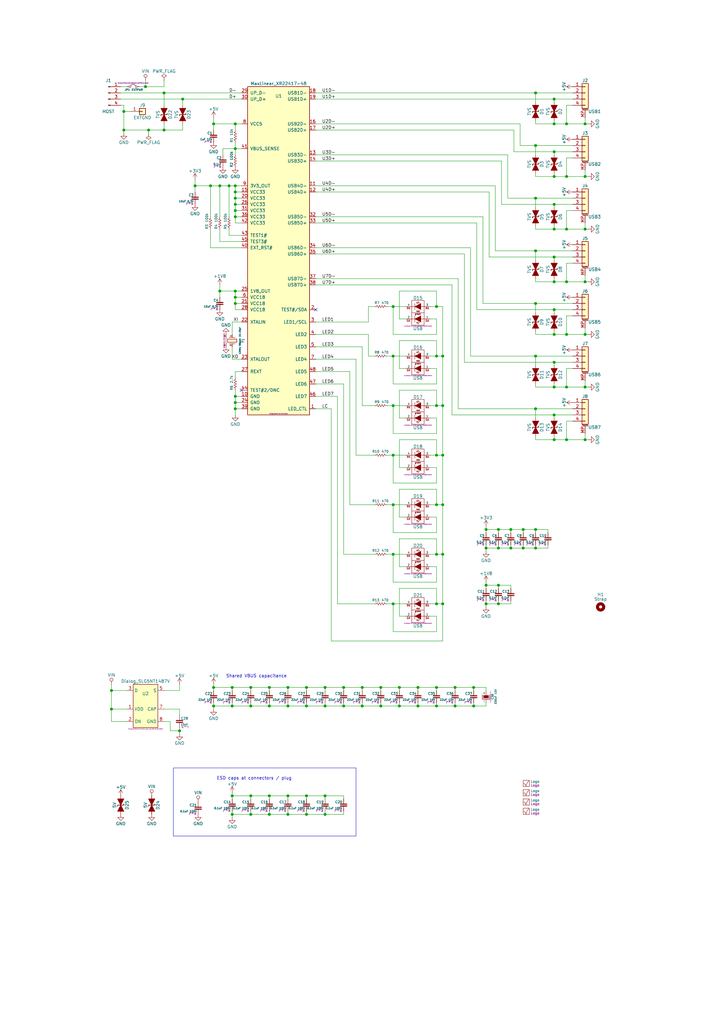
<source format=kicad_sch>
(kicad_sch (version 20211123) (generator eeschema)
  (paper "A3" portrait)
  (title_block (title "StickHub") (company "Stefan Hamminga (https://rbts.co)"))
  (junction (at 240.03 115.57) (diameter 1.016))
  (junction (at 199.39 217.17) (diameter 1.016))
  (junction (at 87.63 50.8) (diameter 1.016))
  (junction (at 194.31 281.94) (diameter 1.016))
  (junction (at 227.33 158.75) (diameter 1.016))
  (junction (at 95.25 334.01) (diameter 1.016))
  (junction (at 96.52 83.82) (diameter 1.016))
  (junction (at 179.07 166.37) (diameter 1.016))
  (junction (at 90.17 119.38) (diameter 1.016))
  (junction (at 179.07 125.73) (diameter 1.016))
  (junction (at 110.49 334.01) (diameter 1.016))
  (junction (at 93.98 76.2) (diameter 1.016))
  (junction (at 133.35 281.94) (diameter 1.016))
  (junction (at 181.61 247.65) (diameter 1.016))
  (junction (at 96.52 124.46) (diameter 1.016))
  (junction (at 156.21 289.56) (diameter 1.016))
  (junction (at 227.33 50.8) (diameter 1.016))
  (junction (at 219.71 38.1) (diameter 1.016))
  (junction (at 219.71 167.64) (diameter 1.016))
  (junction (at 87.63 281.94) (diameter 1.016))
  (junction (at 204.47 224.79) (diameter 1.016))
  (junction (at 59.69 35.56) (diameter 1.016))
  (junction (at 161.29 186.69) (diameter 1.016))
  (junction (at 227.33 170.18) (diameter 1.016))
  (junction (at 179.07 186.69) (diameter 1.016))
  (junction (at 163.83 281.94) (diameter 1.016))
  (junction (at 95.25 281.94) (diameter 1.016))
  (junction (at 219.71 146.05) (diameter 1.016))
  (junction (at 240.03 158.75) (diameter 1.016))
  (junction (at 181.61 227.33) (diameter 1.016))
  (junction (at 181.61 186.69) (diameter 1.016))
  (junction (at 96.52 88.9) (diameter 1.016))
  (junction (at 125.73 281.94) (diameter 1.016))
  (junction (at 73.66 299.72) (diameter 1.016))
  (junction (at 240.03 72.39) (diameter 1.016))
  (junction (at 171.45 289.56) (diameter 1.016))
  (junction (at 96.52 167.64) (diameter 1.016))
  (junction (at 161.29 247.65) (diameter 1.016))
  (junction (at 219.71 102.87) (diameter 1.016))
  (junction (at 96.52 165.1) (diameter 1.016))
  (junction (at 186.69 281.94) (diameter 1.016))
  (junction (at 95.25 326.39) (diameter 1.016))
  (junction (at 227.33 148.59) (diameter 1.016))
  (junction (at 227.33 180.34) (diameter 1.016))
  (junction (at 219.71 217.17) (diameter 1.016))
  (junction (at 227.33 62.23) (diameter 1.016))
  (junction (at 199.39 240.03) (diameter 1.016))
  (junction (at 50.8 45.72) (diameter 1.016))
  (junction (at 219.71 224.79) (diameter 1.016))
  (junction (at 227.33 93.98) (diameter 1.016))
  (junction (at 227.33 115.57) (diameter 1.016))
  (junction (at 118.11 334.01) (diameter 1.016))
  (junction (at 50.8 53.34) (diameter 1.016))
  (junction (at 163.83 289.56) (diameter 1.016))
  (junction (at 209.55 217.17) (diameter 1.016))
  (junction (at 96.52 76.2) (diameter 1.016))
  (junction (at 96.52 162.56) (diameter 1.016))
  (junction (at 102.87 334.01) (diameter 1.016))
  (junction (at 219.71 81.28) (diameter 1.016))
  (junction (at 74.93 40.64) (diameter 1.016))
  (junction (at 96.52 60.96) (diameter 1.016))
  (junction (at 118.11 289.56) (diameter 1.016))
  (junction (at 227.33 137.16) (diameter 1.016))
  (junction (at 60.96 53.34) (diameter 1.016))
  (junction (at 219.71 59.69) (diameter 1.016))
  (junction (at 161.29 227.33) (diameter 1.016))
  (junction (at 204.47 247.65) (diameter 1.016))
  (junction (at 156.21 281.94) (diameter 1.016))
  (junction (at 199.39 224.79) (diameter 1.016))
  (junction (at 45.72 283.21) (diameter 1.016))
  (junction (at 161.29 125.73) (diameter 1.016))
  (junction (at 110.49 281.94) (diameter 1.016))
  (junction (at 110.49 326.39) (diameter 1.016))
  (junction (at 102.87 289.56) (diameter 1.016))
  (junction (at 133.35 289.56) (diameter 1.016))
  (junction (at 214.63 217.17) (diameter 1.016))
  (junction (at 133.35 334.01) (diameter 1.016))
  (junction (at 95.25 289.56) (diameter 1.016))
  (junction (at 45.72 290.83) (diameter 1.016))
  (junction (at 96.52 86.36) (diameter 1.016))
  (junction (at 240.03 50.8) (diameter 1.016))
  (junction (at 199.39 247.65) (diameter 1.016))
  (junction (at 232.41 72.39) (diameter 1.016))
  (junction (at 181.61 207.01) (diameter 1.016))
  (junction (at 161.29 207.01) (diameter 1.016))
  (junction (at 80.01 76.2) (diameter 1.016))
  (junction (at 161.29 166.37) (diameter 1.016))
  (junction (at 240.03 93.98) (diameter 1.016))
  (junction (at 227.33 105.41) (diameter 1.016))
  (junction (at 194.31 289.56) (diameter 1.016))
  (junction (at 102.87 326.39) (diameter 1.016))
  (junction (at 96.52 50.8) (diameter 1.016))
  (junction (at 125.73 326.39) (diameter 1.016))
  (junction (at 232.41 50.8) (diameter 1.016))
  (junction (at 96.52 81.28) (diameter 1.016))
  (junction (at 227.33 72.39) (diameter 1.016))
  (junction (at 214.63 224.79) (diameter 1.016))
  (junction (at 204.47 217.17) (diameter 1.016))
  (junction (at 148.59 281.94) (diameter 1.016))
  (junction (at 110.49 289.56) (diameter 1.016))
  (junction (at 148.59 289.56) (diameter 1.016))
  (junction (at 87.63 289.56) (diameter 1.016))
  (junction (at 179.07 146.05) (diameter 1.016))
  (junction (at 232.41 93.98) (diameter 1.016))
  (junction (at 67.31 38.1) (diameter 1.016))
  (junction (at 181.61 166.37) (diameter 1.016))
  (junction (at 181.61 146.05) (diameter 1.016))
  (junction (at 125.73 289.56) (diameter 1.016))
  (junction (at 219.71 124.46) (diameter 1.016))
  (junction (at 232.41 158.75) (diameter 1.016))
  (junction (at 204.47 240.03) (diameter 1.016))
  (junction (at 232.41 180.34) (diameter 1.016))
  (junction (at 118.11 326.39) (diameter 1.016))
  (junction (at 118.11 281.94) (diameter 1.016))
  (junction (at 179.07 281.94) (diameter 1.016))
  (junction (at 96.52 78.74) (diameter 1.016))
  (junction (at 186.69 289.56) (diameter 1.016))
  (junction (at 227.33 40.64) (diameter 1.016))
  (junction (at 240.03 137.16) (diameter 1.016))
  (junction (at 67.31 53.34) (diameter 1.016))
  (junction (at 179.07 227.33) (diameter 1.016))
  (junction (at 96.52 119.38) (diameter 1.016))
  (junction (at 179.07 207.01) (diameter 1.016))
  (junction (at 227.33 127) (diameter 1.016))
  (junction (at 179.07 247.65) (diameter 1.016))
  (junction (at 161.29 146.05) (diameter 1.016))
  (junction (at 140.97 289.56) (diameter 1.016))
  (junction (at 140.97 281.94) (diameter 1.016))
  (junction (at 227.33 83.82) (diameter 1.016))
  (junction (at 125.73 334.01) (diameter 1.016))
  (junction (at 86.36 76.2) (diameter 1.016))
  (junction (at 133.35 326.39) (diameter 1.016))
  (junction (at 240.03 180.34) (diameter 1.016))
  (junction (at 179.07 289.56) (diameter 1.016))
  (junction (at 209.55 224.79) (diameter 1.016))
  (junction (at 96.52 121.92) (diameter 1.016))
  (junction (at 232.41 115.57) (diameter 1.016))
  (junction (at 90.17 76.2) (diameter 1.016))
  (junction (at 232.41 137.16) (diameter 1.016))
  (junction (at 102.87 281.94) (diameter 1.016))
  (junction (at 171.45 281.94) (diameter 1.016))
  (no_connect (at 99.06 160.02))
  (no_connect (at 129.54 127))
  (wire (pts (xy 240.03 158.75) (xy 241.3 158.75)))
  (wire (pts (xy 95.25 332.74) (xy 95.25 334.01)))
  (wire (pts (xy 179.07 146.05) (xy 176.53 146.05)))
  (wire (pts (xy 102.87 288.29) (xy 102.87 289.56)))
  (wire (pts (xy 219.71 167.64) (xy 219.71 171.45)))
  (wire (pts (xy 179.07 191.77) (xy 179.07 198.12)))
  (wire (pts (xy 204.47 223.52) (xy 204.47 224.79)))
  (wire (pts (xy 110.49 334.01) (xy 118.11 334.01)))
  (wire (pts (xy 166.37 171.45) (xy 163.83 171.45)))
  (wire (pts (xy 181.61 247.65) (xy 179.07 247.65)))
  (wire (pts (xy 179.07 252.73) (xy 179.07 259.08)))
  (wire (pts (xy 219.71 124.46) (xy 219.71 128.27)))
  (wire (pts (xy 96.52 91.44) (xy 99.06 91.44)))
  (wire (pts (xy 179.07 125.73) (xy 176.53 125.73)))
  (wire (pts (xy 204.47 217.17) (xy 204.47 218.44)))
  (wire (pts (xy 176.53 171.45) (xy 179.07 171.45)))
  (wire (pts (xy 73.66 298.45) (xy 73.66 299.72)))
  (wire (pts (xy 195.58 127) (xy 227.33 127)))
  (wire (pts (xy 219.71 81.28) (xy 219.71 85.09)))
  (wire (pts (xy 158.75 207.01) (xy 161.29 207.01)))
  (wire (pts (xy 194.31 281.94) (xy 194.31 283.21)))
  (wire (pts (xy 198.12 88.9) (xy 198.12 124.46)))
  (wire (pts (xy 232.41 115.57) (xy 240.03 115.57)))
  (wire (pts (xy 219.71 102.87) (xy 234.95 102.87)))
  (wire (pts (xy 219.71 49.53) (xy 219.71 50.8)))
  (wire (pts (xy 214.63 224.79) (xy 219.71 224.79)))
  (wire (pts (xy 161.29 227.33) (xy 166.37 227.33)))
  (wire (pts (xy 158.75 125.73) (xy 161.29 125.73)))
  (wire (pts (xy 102.87 326.39) (xy 102.87 327.66)))
  (wire (pts (xy 227.33 137.16) (xy 232.41 137.16)))
  (wire (pts (xy 179.07 241.3) (xy 179.07 247.65)))
  (wire (pts (xy 219.71 224.79) (xy 224.79 224.79)))
  (wire (pts (xy 86.36 101.6) (xy 99.06 101.6)))
  (wire (pts (xy 91.44 60.96) (xy 91.44 63.5)))
  (wire (pts (xy 49.53 38.1) (xy 67.31 38.1)))
  (wire (pts (xy 140.97 334.01) (xy 140.97 332.74)))
  (wire (pts (xy 227.33 40.64) (xy 227.33 41.91)))
  (wire (pts (xy 133.35 326.39) (xy 133.35 327.66)))
  (wire (pts (xy 45.72 283.21) (xy 45.72 290.83)))
  (wire (pts (xy 181.61 262.89) (xy 135.89 262.89)))
  (wire (pts (xy 199.39 240.03) (xy 204.47 240.03)))
  (wire (pts (xy 161.29 247.65) (xy 166.37 247.65)))
  (wire (pts (xy 234.95 86.36) (xy 232.41 86.36)))
  (wire (pts (xy 73.66 299.72) (xy 73.66 300.99)))
  (wire (pts (xy 227.33 83.82) (xy 234.95 83.82)))
  (wire (pts (xy 125.73 289.56) (xy 125.73 288.29)))
  (wire (pts (xy 186.69 281.94) (xy 186.69 283.21)))
  (wire (pts (xy 158.75 166.37) (xy 161.29 166.37)))
  (wire (pts (xy 110.49 281.94) (xy 118.11 281.94)))
  (wire (pts (xy 234.95 107.95) (xy 232.41 107.95)))
  (polyline (pts (xy 71.12 314.96) (xy 146.05 314.96)) (stroke (width 0) (type solid)))
  (wire (pts (xy 90.17 119.38) (xy 90.17 121.92)))
  (wire (pts (xy 99.06 99.06) (xy 90.17 99.06)))
  (wire (pts (xy 90.17 116.84) (xy 90.17 119.38)))
  (wire (pts (xy 234.95 172.72) (xy 232.41 172.72)))
  (wire (pts (xy 49.53 40.64) (xy 74.93 40.64)))
  (wire (pts (xy 209.55 247.65) (xy 209.55 246.38)))
  (wire (pts (xy 99.06 152.4) (xy 96.52 152.4)))
  (wire (pts (xy 204.47 246.38) (xy 204.47 247.65)))
  (wire (pts (xy 102.87 289.56) (xy 110.49 289.56)))
  (wire (pts (xy 50.8 43.18) (xy 50.8 45.72)))
  (wire (pts (xy 199.39 217.17) (xy 199.39 218.44)))
  (wire (pts (xy 204.47 247.65) (xy 209.55 247.65)))
  (wire (pts (xy 179.07 281.94) (xy 179.07 283.21)))
  (wire (pts (xy 125.73 326.39) (xy 125.73 327.66)))
  (wire (pts (xy 93.98 93.98) (xy 93.98 96.52)))
  (wire (pts (xy 148.59 281.94) (xy 156.21 281.94)))
  (wire (pts (xy 199.39 281.94) (xy 199.39 283.21)))
  (wire (pts (xy 118.11 332.74) (xy 118.11 334.01)))
  (wire (pts (xy 227.33 170.18) (xy 234.95 170.18)))
  (wire (pts (xy 96.52 124.46) (xy 99.06 124.46)))
  (wire (pts (xy 203.2 102.87) (xy 219.71 102.87)))
  (wire (pts (xy 125.73 326.39) (xy 133.35 326.39)))
  (wire (pts (xy 93.98 96.52) (xy 99.06 96.52)))
  (wire (pts (xy 129.54 104.14) (xy 190.5 104.14)))
  (wire (pts (xy 224.79 217.17) (xy 219.71 217.17)))
  (wire (pts (xy 118.11 281.94) (xy 125.73 281.94)))
  (wire (pts (xy 163.83 281.94) (xy 171.45 281.94)))
  (wire (pts (xy 234.95 64.77) (xy 232.41 64.77)))
  (wire (pts (xy 232.41 93.98) (xy 240.03 93.98)))
  (wire (pts (xy 219.71 72.39) (xy 227.33 72.39)))
  (wire (pts (xy 210.82 53.34) (xy 210.82 62.23)))
  (wire (pts (xy 186.69 289.56) (xy 186.69 288.29)))
  (wire (pts (xy 213.36 50.8) (xy 213.36 59.69)))
  (wire (pts (xy 179.07 139.7) (xy 179.07 146.05)))
  (wire (pts (xy 163.83 130.81) (xy 163.83 119.38)))
  (wire (pts (xy 161.29 166.37) (xy 166.37 166.37)))
  (wire (pts (xy 60.96 53.34) (xy 60.96 54.61)))
  (wire (pts (xy 87.63 289.56) (xy 87.63 290.83)))
  (wire (pts (xy 158.75 247.65) (xy 161.29 247.65)))
  (wire (pts (xy 129.54 132.08) (xy 151.13 132.08)))
  (wire (pts (xy 193.04 101.6) (xy 193.04 146.05)))
  (wire (pts (xy 193.04 146.05) (xy 219.71 146.05)))
  (wire (pts (xy 67.31 290.83) (xy 73.66 290.83)))
  (wire (pts (xy 102.87 334.01) (xy 110.49 334.01)))
  (wire (pts (xy 80.01 76.2) (xy 86.36 76.2)))
  (wire (pts (xy 96.52 86.36) (xy 96.52 88.9)))
  (wire (pts (xy 133.35 288.29) (xy 133.35 289.56)))
  (wire (pts (xy 181.61 227.33) (xy 181.61 247.65)))
  (wire (pts (xy 87.63 48.26) (xy 87.63 50.8)))
  (wire (pts (xy 158.75 186.69) (xy 161.29 186.69)))
  (wire (pts (xy 140.97 289.56) (xy 140.97 288.29)))
  (polyline (pts (xy 71.12 314.96) (xy 71.12 342.9)) (stroke (width 0) (type solid)))
  (wire (pts (xy 125.73 281.94) (xy 125.73 283.21)))
  (wire (pts (xy 194.31 289.56) (xy 194.31 288.29)))
  (wire (pts (xy 232.41 172.72) (xy 232.41 180.34)))
  (wire (pts (xy 181.61 125.73) (xy 181.61 146.05)))
  (wire (pts (xy 96.52 88.9) (xy 96.52 91.44)))
  (wire (pts (xy 232.41 64.77) (xy 232.41 72.39)))
  (wire (pts (xy 163.83 180.34) (xy 179.07 180.34)))
  (wire (pts (xy 232.41 137.16) (xy 240.03 137.16)))
  (wire (pts (xy 227.33 127) (xy 227.33 128.27)))
  (wire (pts (xy 45.72 290.83) (xy 52.07 290.83)))
  (wire (pts (xy 148.59 289.56) (xy 156.21 289.56)))
  (wire (pts (xy 67.31 38.1) (xy 99.06 38.1)))
  (wire (pts (xy 199.39 247.65) (xy 199.39 248.92)))
  (wire (pts (xy 179.07 281.94) (xy 186.69 281.94)))
  (wire (pts (xy 74.93 40.64) (xy 74.93 43.18)))
  (wire (pts (xy 232.41 50.8) (xy 240.03 50.8)))
  (wire (pts (xy 129.54 116.84) (xy 185.42 116.84)))
  (wire (pts (xy 95.25 326.39) (xy 95.25 327.66)))
  (wire (pts (xy 199.39 240.03) (xy 199.39 241.3)))
  (wire (pts (xy 227.33 148.59) (xy 227.33 149.86)))
  (wire (pts (xy 204.47 224.79) (xy 209.55 224.79)))
  (wire (pts (xy 161.29 207.01) (xy 166.37 207.01)))
  (wire (pts (xy 227.33 83.82) (xy 227.33 85.09)))
  (wire (pts (xy 219.71 217.17) (xy 219.71 218.44)))
  (wire (pts (xy 204.47 240.03) (xy 209.55 240.03)))
  (wire (pts (xy 95.25 325.12) (xy 95.25 326.39)))
  (wire (pts (xy 219.71 124.46) (xy 234.95 124.46)))
  (wire (pts (xy 143.51 152.4) (xy 143.51 207.01)))
  (wire (pts (xy 129.54 137.16) (xy 151.13 137.16)))
  (wire (pts (xy 163.83 220.98) (xy 179.07 220.98)))
  (wire (pts (xy 227.33 170.18) (xy 227.33 171.45)))
  (wire (pts (xy 129.54 76.2) (xy 203.2 76.2)))
  (wire (pts (xy 199.39 247.65) (xy 204.47 247.65)))
  (wire (pts (xy 227.33 62.23) (xy 234.95 62.23)))
  (wire (pts (xy 176.53 151.13) (xy 179.07 151.13)))
  (wire (pts (xy 140.97 227.33) (xy 153.67 227.33)))
  (wire (pts (xy 209.55 217.17) (xy 204.47 217.17)))
  (wire (pts (xy 125.73 334.01) (xy 133.35 334.01)))
  (wire (pts (xy 69.85 295.91) (xy 69.85 299.72)))
  (wire (pts (xy 166.37 232.41) (xy 163.83 232.41)))
  (wire (pts (xy 96.52 162.56) (xy 96.52 165.1)))
  (wire (pts (xy 199.39 223.52) (xy 199.39 224.79)))
  (wire (pts (xy 240.03 93.98) (xy 240.03 91.44)))
  (wire (pts (xy 163.83 289.56) (xy 171.45 289.56)))
  (wire (pts (xy 219.71 59.69) (xy 234.95 59.69)))
  (wire (pts (xy 95.25 288.29) (xy 95.25 289.56)))
  (wire (pts (xy 45.72 280.67) (xy 45.72 283.21)))
  (wire (pts (xy 87.63 289.56) (xy 95.25 289.56)))
  (wire (pts (xy 176.53 130.81) (xy 179.07 130.81)))
  (wire (pts (xy 96.52 124.46) (xy 96.52 121.92)))
  (wire (pts (xy 179.07 238.76) (xy 161.29 238.76)))
  (wire (pts (xy 140.97 281.94) (xy 140.97 283.21)))
  (wire (pts (xy 227.33 114.3) (xy 227.33 115.57)))
  (wire (pts (xy 96.52 83.82) (xy 99.06 83.82)))
  (wire (pts (xy 96.52 167.64) (xy 96.52 170.18)))
  (wire (pts (xy 95.25 137.16) (xy 95.25 132.08)))
  (wire (pts (xy 69.85 299.72) (xy 73.66 299.72)))
  (wire (pts (xy 214.63 217.17) (xy 209.55 217.17)))
  (wire (pts (xy 181.61 186.69) (xy 181.61 207.01)))
  (wire (pts (xy 227.33 157.48) (xy 227.33 158.75)))
  (wire (pts (xy 166.37 130.81) (xy 163.83 130.81)))
  (wire (pts (xy 129.54 53.34) (xy 210.82 53.34)))
  (wire (pts (xy 161.29 198.12) (xy 161.29 186.69)))
  (wire (pts (xy 125.73 289.56) (xy 133.35 289.56)))
  (wire (pts (xy 219.71 146.05) (xy 234.95 146.05)))
  (wire (pts (xy 110.49 326.39) (xy 118.11 326.39)))
  (wire (pts (xy 67.31 38.1) (xy 67.31 43.18)))
  (wire (pts (xy 219.71 157.48) (xy 219.71 158.75)))
  (wire (pts (xy 138.43 247.65) (xy 153.67 247.65)))
  (wire (pts (xy 181.61 146.05) (xy 181.61 166.37)))
  (wire (pts (xy 176.53 191.77) (xy 179.07 191.77)))
  (wire (pts (xy 96.52 76.2) (xy 99.06 76.2)))
  (wire (pts (xy 219.71 223.52) (xy 219.71 224.79)))
  (wire (pts (xy 146.05 147.32) (xy 146.05 186.69)))
  (wire (pts (xy 99.06 127) (xy 96.52 127)))
  (wire (pts (xy 179.07 146.05) (xy 181.61 146.05)))
  (wire (pts (xy 129.54 88.9) (xy 198.12 88.9)))
  (wire (pts (xy 240.03 72.39) (xy 240.03 69.85)))
  (wire (pts (xy 199.39 224.79) (xy 199.39 226.06)))
  (wire (pts (xy 151.13 125.73) (xy 151.13 132.08)))
  (wire (pts (xy 179.07 151.13) (xy 179.07 157.48)))
  (wire (pts (xy 67.31 33.02) (xy 67.31 35.56)))
  (wire (pts (xy 67.31 35.56) (xy 59.69 35.56)))
  (wire (pts (xy 199.39 288.29) (xy 199.39 289.56)))
  (wire (pts (xy 194.31 281.94) (xy 199.39 281.94)))
  (wire (pts (xy 96.52 60.96) (xy 96.52 63.5)))
  (wire (pts (xy 110.49 332.74) (xy 110.49 334.01)))
  (wire (pts (xy 96.52 165.1) (xy 99.06 165.1)))
  (wire (pts (xy 96.52 83.82) (xy 96.52 86.36)))
  (wire (pts (xy 96.52 121.92) (xy 96.52 119.38)))
  (wire (pts (xy 181.61 207.01) (xy 181.61 227.33)))
  (wire (pts (xy 240.03 115.57) (xy 241.3 115.57)))
  (wire (pts (xy 129.54 152.4) (xy 143.51 152.4)))
  (wire (pts (xy 240.03 50.8) (xy 240.03 48.26)))
  (wire (pts (xy 219.71 114.3) (xy 219.71 115.57)))
  (wire (pts (xy 96.52 121.92) (xy 99.06 121.92)))
  (wire (pts (xy 161.29 146.05) (xy 166.37 146.05)))
  (wire (pts (xy 118.11 334.01) (xy 125.73 334.01)))
  (wire (pts (xy 87.63 50.8) (xy 87.63 53.34)))
  (wire (pts (xy 179.07 166.37) (xy 181.61 166.37)))
  (wire (pts (xy 190.5 148.59) (xy 227.33 148.59)))
  (wire (pts (xy 90.17 76.2) (xy 93.98 76.2)))
  (wire (pts (xy 151.13 146.05) (xy 153.67 146.05)))
  (wire (pts (xy 90.17 88.9) (xy 90.17 76.2)))
  (wire (pts (xy 96.52 119.38) (xy 99.06 119.38)))
  (wire (pts (xy 148.59 288.29) (xy 148.59 289.56)))
  (wire (pts (xy 204.47 240.03) (xy 204.47 241.3)))
  (wire (pts (xy 163.83 151.13) (xy 163.83 139.7)))
  (wire (pts (xy 96.52 152.4) (xy 96.52 154.94)))
  (wire (pts (xy 219.71 92.71) (xy 219.71 93.98)))
  (wire (pts (xy 135.89 262.89) (xy 135.89 167.64)))
  (wire (pts (xy 179.07 207.01) (xy 176.53 207.01)))
  (wire (pts (xy 209.55 223.52) (xy 209.55 224.79)))
  (wire (pts (xy 80.01 76.2) (xy 80.01 78.74)))
  (wire (pts (xy 96.52 60.96) (xy 91.44 60.96)))
  (wire (pts (xy 219.71 115.57) (xy 227.33 115.57)))
  (wire (pts (xy 200.66 78.74) (xy 200.66 105.41)))
  (wire (pts (xy 50.8 53.34) (xy 50.8 54.61)))
  (wire (pts (xy 161.29 177.8) (xy 161.29 166.37)))
  (wire (pts (xy 129.54 78.74) (xy 200.66 78.74)))
  (wire (pts (xy 129.54 162.56) (xy 138.43 162.56)))
  (wire (pts (xy 179.07 220.98) (xy 179.07 227.33)))
  (wire (pts (xy 95.25 147.32) (xy 99.06 147.32)))
  (wire (pts (xy 86.36 88.9) (xy 86.36 76.2)))
  (wire (pts (xy 73.66 290.83) (xy 73.66 293.37)))
  (wire (pts (xy 185.42 116.84) (xy 185.42 170.18)))
  (wire (pts (xy 156.21 281.94) (xy 156.21 283.21)))
  (wire (pts (xy 219.71 179.07) (xy 219.71 180.34)))
  (wire (pts (xy 179.07 157.48) (xy 161.29 157.48)))
  (wire (pts (xy 95.25 142.24) (xy 95.25 147.32)))
  (wire (pts (xy 125.73 332.74) (xy 125.73 334.01)))
  (wire (pts (xy 129.54 63.5) (xy 208.28 63.5)))
  (wire (pts (xy 125.73 281.94) (xy 133.35 281.94)))
  (wire (pts (xy 227.33 179.07) (xy 227.33 180.34)))
  (wire (pts (xy 96.52 160.02) (xy 96.52 162.56)))
  (wire (pts (xy 214.63 217.17) (xy 214.63 218.44)))
  (wire (pts (xy 234.95 151.13) (xy 232.41 151.13)))
  (wire (pts (xy 59.69 35.56) (xy 59.69 33.02)))
  (wire (pts (xy 129.54 50.8) (xy 213.36 50.8)))
  (wire (pts (xy 129.54 114.3) (xy 187.96 114.3)))
  (wire (pts (xy 208.28 63.5) (xy 208.28 81.28)))
  (wire (pts (xy 87.63 280.67) (xy 87.63 281.94)))
  (wire (pts (xy 90.17 99.06) (xy 90.17 93.98)))
  (wire (pts (xy 179.07 198.12) (xy 161.29 198.12)))
  (polyline (pts (xy 146.05 314.96) (xy 146.05 342.9)) (stroke (width 0) (type solid)))
  (wire (pts (xy 219.71 217.17) (xy 214.63 217.17)))
  (wire (pts (xy 179.07 207.01) (xy 181.61 207.01)))
  (wire (pts (xy 219.71 102.87) (xy 219.71 106.68)))
  (wire (pts (xy 227.33 127) (xy 234.95 127)))
  (wire (pts (xy 195.58 91.44) (xy 195.58 127)))
  (wire (pts (xy 95.25 334.01) (xy 95.25 335.28)))
  (wire (pts (xy 227.33 93.98) (xy 232.41 93.98)))
  (wire (pts (xy 153.67 125.73) (xy 151.13 125.73)))
  (wire (pts (xy 140.97 326.39) (xy 140.97 327.66)))
  (wire (pts (xy 186.69 281.94) (xy 194.31 281.94)))
  (wire (pts (xy 96.52 50.8) (xy 99.06 50.8)))
  (wire (pts (xy 133.35 334.01) (xy 140.97 334.01)))
  (wire (pts (xy 240.03 137.16) (xy 240.03 134.62)))
  (wire (pts (xy 133.35 281.94) (xy 140.97 281.94)))
  (wire (pts (xy 86.36 76.2) (xy 90.17 76.2)))
  (wire (pts (xy 95.25 289.56) (xy 102.87 289.56)))
  (wire (pts (xy 143.51 207.01) (xy 153.67 207.01)))
  (wire (pts (xy 102.87 281.94) (xy 110.49 281.94)))
  (wire (pts (xy 186.69 289.56) (xy 194.31 289.56)))
  (wire (pts (xy 129.54 40.64) (xy 227.33 40.64)))
  (wire (pts (xy 163.83 160.02) (xy 179.07 160.02)))
  (wire (pts (xy 110.49 288.29) (xy 110.49 289.56)))
  (wire (pts (xy 219.71 180.34) (xy 227.33 180.34)))
  (polyline (pts (xy 146.05 342.9) (xy 71.12 342.9)) (stroke (width 0) (type solid)))
  (wire (pts (xy 45.72 283.21) (xy 52.07 283.21)))
  (wire (pts (xy 67.31 53.34) (xy 74.93 53.34)))
  (wire (pts (xy 219.71 50.8) (xy 227.33 50.8)))
  (wire (pts (xy 219.71 59.69) (xy 219.71 63.5)))
  (wire (pts (xy 227.33 115.57) (xy 232.41 115.57)))
  (wire (pts (xy 227.33 50.8) (xy 232.41 50.8)))
  (wire (pts (xy 240.03 180.34) (xy 241.3 180.34)))
  (wire (pts (xy 219.71 81.28) (xy 234.95 81.28)))
  (wire (pts (xy 96.52 81.28) (xy 96.52 83.82)))
  (wire (pts (xy 96.52 127) (xy 96.52 124.46)))
  (wire (pts (xy 140.97 281.94) (xy 148.59 281.94)))
  (wire (pts (xy 227.33 180.34) (xy 232.41 180.34)))
  (wire (pts (xy 87.63 281.94) (xy 87.63 283.21)))
  (wire (pts (xy 133.35 289.56) (xy 140.97 289.56)))
  (wire (pts (xy 227.33 49.53) (xy 227.33 50.8)))
  (wire (pts (xy 179.07 166.37) (xy 176.53 166.37)))
  (wire (pts (xy 161.29 238.76) (xy 161.29 227.33)))
  (wire (pts (xy 133.35 326.39) (xy 140.97 326.39)))
  (wire (pts (xy 52.07 295.91) (xy 45.72 295.91)))
  (wire (pts (xy 158.75 146.05) (xy 161.29 146.05)))
  (wire (pts (xy 86.36 101.6) (xy 86.36 93.98)))
  (wire (pts (xy 45.72 295.91) (xy 45.72 290.83)))
  (wire (pts (xy 234.95 43.18) (xy 232.41 43.18)))
  (wire (pts (xy 133.35 332.74) (xy 133.35 334.01)))
  (wire (pts (xy 179.07 186.69) (xy 176.53 186.69)))
  (wire (pts (xy 163.83 171.45) (xy 163.83 160.02)))
  (wire (pts (xy 232.41 107.95) (xy 232.41 115.57)))
  (wire (pts (xy 227.33 40.64) (xy 234.95 40.64)))
  (wire (pts (xy 96.52 78.74) (xy 96.52 76.2)))
  (wire (pts (xy 96.52 81.28) (xy 99.06 81.28)))
  (wire (pts (xy 232.41 151.13) (xy 232.41 158.75)))
  (wire (pts (xy 135.89 167.64) (xy 129.54 167.64)))
  (wire (pts (xy 163.83 252.73) (xy 163.83 241.3)))
  (wire (pts (xy 99.06 78.74) (xy 96.52 78.74)))
  (wire (pts (xy 179.07 137.16) (xy 161.29 137.16)))
  (wire (pts (xy 240.03 180.34) (xy 240.03 177.8)))
  (wire (pts (xy 96.52 88.9) (xy 99.06 88.9)))
  (wire (pts (xy 199.39 246.38) (xy 199.39 247.65)))
  (wire (pts (xy 171.45 281.94) (xy 179.07 281.94)))
  (wire (pts (xy 138.43 162.56) (xy 138.43 247.65)))
  (wire (pts (xy 163.83 212.09) (xy 163.83 200.66)))
  (wire (pts (xy 232.41 158.75) (xy 240.03 158.75)))
  (wire (pts (xy 118.11 326.39) (xy 118.11 327.66)))
  (wire (pts (xy 99.06 60.96) (xy 96.52 60.96)))
  (wire (pts (xy 50.8 45.72) (xy 50.8 53.34)))
  (wire (pts (xy 179.07 125.73) (xy 181.61 125.73)))
  (wire (pts (xy 161.29 125.73) (xy 166.37 125.73)))
  (wire (pts (xy 179.07 289.56) (xy 171.45 289.56)))
  (wire (pts (xy 171.45 289.56) (xy 171.45 288.29)))
  (wire (pts (xy 179.07 180.34) (xy 179.07 186.69)))
  (wire (pts (xy 163.83 200.66) (xy 179.07 200.66)))
  (wire (pts (xy 209.55 217.17) (xy 209.55 218.44)))
  (wire (pts (xy 50.8 45.72) (xy 53.34 45.72)))
  (wire (pts (xy 163.83 281.94) (xy 163.83 283.21)))
  (wire (pts (xy 87.63 288.29) (xy 87.63 289.56)))
  (wire (pts (xy 67.31 295.91) (xy 69.85 295.91)))
  (wire (pts (xy 179.07 186.69) (xy 181.61 186.69)))
  (wire (pts (xy 219.71 38.1) (xy 219.71 41.91)))
  (wire (pts (xy 95.25 326.39) (xy 102.87 326.39)))
  (wire (pts (xy 227.33 135.89) (xy 227.33 137.16)))
  (wire (pts (xy 219.71 135.89) (xy 219.71 137.16)))
  (wire (pts (xy 234.95 129.54) (xy 232.41 129.54)))
  (wire (pts (xy 187.96 167.64) (xy 219.71 167.64)))
  (wire (pts (xy 158.75 227.33) (xy 161.29 227.33)))
  (wire (pts (xy 227.33 105.41) (xy 234.95 105.41)))
  (wire (pts (xy 224.79 224.79) (xy 224.79 223.52)))
  (wire (pts (xy 74.93 40.64) (xy 99.06 40.64)))
  (wire (pts (xy 163.83 289.56) (xy 163.83 288.29)))
  (wire (pts (xy 95.25 334.01) (xy 102.87 334.01)))
  (wire (pts (xy 179.07 227.33) (xy 176.53 227.33)))
  (wire (pts (xy 67.31 283.21) (xy 73.66 283.21)))
  (wire (pts (xy 213.36 59.69) (xy 219.71 59.69)))
  (wire (pts (xy 198.12 124.46) (xy 219.71 124.46)))
  (wire (pts (xy 163.83 139.7) (xy 179.07 139.7)))
  (wire (pts (xy 179.07 288.29) (xy 179.07 289.56)))
  (wire (pts (xy 146.05 186.69) (xy 153.67 186.69)))
  (wire (pts (xy 166.37 191.77) (xy 163.83 191.77)))
  (wire (pts (xy 102.87 332.74) (xy 102.87 334.01)))
  (wire (pts (xy 163.83 232.41) (xy 163.83 220.98)))
  (wire (pts (xy 179.07 289.56) (xy 186.69 289.56)))
  (wire (pts (xy 205.74 83.82) (xy 227.33 83.82)))
  (wire (pts (xy 166.37 212.09) (xy 163.83 212.09)))
  (wire (pts (xy 166.37 151.13) (xy 163.83 151.13)))
  (wire (pts (xy 57.15 35.56) (xy 59.69 35.56)))
  (wire (pts (xy 96.52 162.56) (xy 99.06 162.56)))
  (wire (pts (xy 205.74 66.04) (xy 205.74 83.82)))
  (wire (pts (xy 219.71 71.12) (xy 219.71 72.39)))
  (wire (pts (xy 129.54 157.48) (xy 140.97 157.48)))
  (wire (pts (xy 118.11 289.56) (xy 125.73 289.56)))
  (wire (pts (xy 179.07 177.8) (xy 161.29 177.8)))
  (wire (pts (xy 156.21 289.56) (xy 156.21 288.29)))
  (wire (pts (xy 161.29 186.69) (xy 166.37 186.69)))
  (wire (pts (xy 181.61 247.65) (xy 181.61 262.89)))
  (wire (pts (xy 110.49 289.56) (xy 118.11 289.56)))
  (wire (pts (xy 240.03 93.98) (xy 241.3 93.98)))
  (wire (pts (xy 219.71 158.75) (xy 227.33 158.75)))
  (wire (pts (xy 190.5 104.14) (xy 190.5 148.59)))
  (wire (pts (xy 90.17 119.38) (xy 96.52 119.38)))
  (wire (pts (xy 219.71 93.98) (xy 227.33 93.98)))
  (wire (pts (xy 208.28 81.28) (xy 219.71 81.28)))
  (wire (pts (xy 227.33 148.59) (xy 234.95 148.59)))
  (wire (pts (xy 219.71 38.1) (xy 234.95 38.1)))
  (wire (pts (xy 161.29 157.48) (xy 161.29 146.05)))
  (wire (pts (xy 156.21 281.94) (xy 163.83 281.94)))
  (wire (pts (xy 227.33 92.71) (xy 227.33 93.98)))
  (wire (pts (xy 179.07 259.08) (xy 161.29 259.08)))
  (wire (pts (xy 240.03 137.16) (xy 241.3 137.16)))
  (wire (pts (xy 118.11 281.94) (xy 118.11 283.21)))
  (wire (pts (xy 148.59 142.24) (xy 148.59 166.37)))
  (wire (pts (xy 95.25 132.08) (xy 99.06 132.08)))
  (wire (pts (xy 96.52 86.36) (xy 99.06 86.36)))
  (wire (pts (xy 232.41 129.54) (xy 232.41 137.16)))
  (wire (pts (xy 179.07 227.33) (xy 181.61 227.33)))
  (wire (pts (xy 163.83 241.3) (xy 179.07 241.3)))
  (wire (pts (xy 176.53 212.09) (xy 179.07 212.09)))
  (wire (pts (xy 95.25 281.94) (xy 102.87 281.94)))
  (wire (pts (xy 49.53 35.56) (xy 52.07 35.56)))
  (wire (pts (xy 74.93 50.8) (xy 74.93 53.34)))
  (wire (pts (xy 96.52 165.1) (xy 96.52 167.64)))
  (wire (pts (xy 199.39 289.56) (xy 194.31 289.56)))
  (wire (pts (xy 219.71 137.16) (xy 227.33 137.16)))
  (wire (pts (xy 148.59 281.94) (xy 148.59 283.21)))
  (wire (pts (xy 129.54 147.32) (xy 146.05 147.32)))
  (wire (pts (xy 118.11 288.29) (xy 118.11 289.56)))
  (wire (pts (xy 179.07 200.66) (xy 179.07 207.01)))
  (wire (pts (xy 240.03 50.8) (xy 241.3 50.8)))
  (wire (pts (xy 118.11 326.39) (xy 125.73 326.39)))
  (wire (pts (xy 209.55 224.79) (xy 214.63 224.79)))
  (wire (pts (xy 227.33 158.75) (xy 232.41 158.75)))
  (wire (pts (xy 151.13 137.16) (xy 151.13 146.05)))
  (wire (pts (xy 199.39 224.79) (xy 204.47 224.79)))
  (wire (pts (xy 166.37 252.73) (xy 163.83 252.73)))
  (wire (pts (xy 179.07 218.44) (xy 161.29 218.44)))
  (wire (pts (xy 87.63 281.94) (xy 95.25 281.94)))
  (wire (pts (xy 185.42 170.18) (xy 227.33 170.18)))
  (wire (pts (xy 133.35 281.94) (xy 133.35 283.21)))
  (wire (pts (xy 129.54 66.04) (xy 205.74 66.04)))
  (wire (pts (xy 163.83 191.77) (xy 163.83 180.34)))
  (wire (pts (xy 87.63 50.8) (xy 96.52 50.8)))
  (wire (pts (xy 240.03 115.57) (xy 240.03 113.03)))
  (wire (pts (xy 140.97 157.48) (xy 140.97 227.33)))
  (wire (pts (xy 96.52 60.96) (xy 96.52 58.42)))
  (wire (pts (xy 232.41 72.39) (xy 240.03 72.39)))
  (wire (pts (xy 148.59 289.56) (xy 140.97 289.56)))
  (wire (pts (xy 232.41 180.34) (xy 240.03 180.34)))
  (wire (pts (xy 93.98 76.2) (xy 93.98 88.9)))
  (wire (pts (xy 129.54 38.1) (xy 219.71 38.1)))
  (wire (pts (xy 176.53 232.41) (xy 179.07 232.41)))
  (wire (pts (xy 227.33 62.23) (xy 227.33 63.5)))
  (wire (pts (xy 80.01 73.66) (xy 80.01 76.2)))
  (wire (pts (xy 148.59 166.37) (xy 153.67 166.37)))
  (wire (pts (xy 50.8 53.34) (xy 60.96 53.34)))
  (wire (pts (xy 60.96 53.34) (xy 67.31 53.34)))
  (wire (pts (xy 129.54 91.44) (xy 195.58 91.44)))
  (wire (pts (xy 210.82 62.23) (xy 227.33 62.23)))
  (wire (pts (xy 240.03 158.75) (xy 240.03 156.21)))
  (wire (pts (xy 240.03 72.39) (xy 241.3 72.39)))
  (wire (pts (xy 179.07 119.38) (xy 179.07 125.73)))
  (wire (pts (xy 163.83 119.38) (xy 179.07 119.38)))
  (wire (pts (xy 232.41 86.36) (xy 232.41 93.98)))
  (wire (pts (xy 102.87 281.94) (xy 102.87 283.21)))
  (wire (pts (xy 227.33 105.41) (xy 227.33 106.68)))
  (wire (pts (xy 110.49 281.94) (xy 110.49 283.21)))
  (wire (pts (xy 176.53 252.73) (xy 179.07 252.73)))
  (wire (pts (xy 95.25 281.94) (xy 95.25 283.21)))
  (wire (pts (xy 187.96 114.3) (xy 187.96 167.64)))
  (wire (pts (xy 219.71 167.64) (xy 234.95 167.64)))
  (wire (pts (xy 171.45 281.94) (xy 171.45 283.21)))
  (wire (pts (xy 67.31 50.8) (xy 67.31 53.34)))
  (wire (pts (xy 129.54 142.24) (xy 148.59 142.24)))
  (wire (pts (xy 96.52 78.74) (xy 96.52 81.28)))
  (wire (pts (xy 161.29 137.16) (xy 161.29 125.73)))
  (wire (pts (xy 161.29 218.44) (xy 161.29 207.01)))
  (wire (pts (xy 179.07 171.45) (xy 179.07 177.8)))
  (wire (pts (xy 232.41 43.18) (xy 232.41 50.8)))
  (wire (pts (xy 199.39 215.9) (xy 199.39 217.17)))
  (wire (pts (xy 214.63 223.52) (xy 214.63 224.79)))
  (wire (pts (xy 227.33 72.39) (xy 232.41 72.39)))
  (wire (pts (xy 181.61 166.37) (xy 181.61 186.69)))
  (wire (pts (xy 161.29 259.08) (xy 161.29 247.65)))
  (wire (pts (xy 96.52 53.34) (xy 96.52 50.8)))
  (wire (pts (xy 224.79 218.44) (xy 224.79 217.17)))
  (wire (pts (xy 96.52 167.64) (xy 99.06 167.64)))
  (wire (pts (xy 129.54 101.6) (xy 193.04 101.6)))
  (wire (pts (xy 203.2 76.2) (xy 203.2 102.87)))
  (wire (pts (xy 179.07 212.09) (xy 179.07 218.44)))
  (wire (pts (xy 209.55 240.03) (xy 209.55 241.3)))
  (wire (pts (xy 227.33 71.12) (xy 227.33 72.39)))
  (wire (pts (xy 156.21 289.56) (xy 163.83 289.56)))
  (wire (pts (xy 102.87 326.39) (xy 110.49 326.39)))
  (wire (pts (xy 73.66 283.21) (xy 73.66 280.67)))
  (wire (pts (xy 179.07 232.41) (xy 179.07 238.76)))
  (wire (pts (xy 179.07 160.02) (xy 179.07 166.37)))
  (wire (pts (xy 179.07 130.81) (xy 179.07 137.16)))
  (wire (pts (xy 93.98 76.2) (xy 96.52 76.2)))
  (wire (pts (xy 199.39 238.76) (xy 199.39 240.03)))
  (wire (pts (xy 200.66 105.41) (xy 227.33 105.41)))
  (wire (pts (xy 49.53 43.18) (xy 50.8 43.18)))
  (wire (pts (xy 219.71 146.05) (xy 219.71 149.86)))
  (wire (pts (xy 179.07 247.65) (xy 176.53 247.65)))
  (wire (pts (xy 204.47 217.17) (xy 199.39 217.17)))
  (wire (pts (xy 110.49 326.39) (xy 110.49 327.66)))
  (text "ESD caps at connectors / plug" (at 88.9 320.04 0) (effects (font (size 1.27 1.27)) (justify left bottom)))
  (text "Shared VBUS capacitance" (at 92.71 278.13 0) (effects (font (size 1.27 1.27)) (justify left bottom)))
  (label "LED1" (at 132.08 132.08 0))
  (label "LED5" (at 132.08 152.4 0))
  (label "U1D-" (at 132.08 38.1 0))
  (label "U5D-" (at 132.08 88.9 0))
  (label "U3D-" (at 132.08 63.5 0))
  (label "D-" (at 93.98 38.1 0))
  (label "LED4" (at 132.08 147.32 0))
  (label "U4D-" (at 132.08 76.2 0))
  (label "U4D+" (at 132.08 78.74 0))
  (label "LED3" (at 132.08 142.24 0))
  (label "XI" (at 97.79 132.08 180))
  (label "D+" (at 93.98 40.64 0))
  (label "U1D+" (at 132.08 40.64 0))
  (label "U2D+" (at 132.08 53.34 0))
  (label "U2D-" (at 132.08 50.8 0))
  (label "LED7" (at 132.08 162.56 0))
  (label "LED2" (at 132.08 137.16 0))
  (label "U6D-" (at 132.08 101.6 0))
  (label "U7D-" (at 132.08 114.3 0))
  (label "U7D+" (at 132.08 116.84 0))
  (label "LED6" (at 132.08 157.48 0))
  (label "U3D+" (at 132.08 66.04 0))
  (label "U5D+" (at 132.08 91.44 0))
  (label "LC" (at 132.08 167.64 0))
  (label "XO" (at 97.79 147.32 180))
  (label "U6D+" (at 132.08 104.14 0))
  (symbol (lib_id "RobotProtos:RSMALL") (at 156.21 207.01 270) (unit 1)
    (property "Reference" "R11" (at 155.702 205.486 90) (effects (font (size 0.9906 0.9906)) (justify right)))
    (property "Value" "470" (at 156.464 205.486 90) (effects (font (size 0.991 0.991)) (justify left)))
    (property "Footprint" "Resistor_SMD:1608_C" (effects hide))
    (property "USD_per_1000" "0,024" (effects hide))
    (property "USD_per_1" "0,08" (effects hide))
    (property "MPN" "0402WGF4700TCE" (effects hide))
  )
  (symbol (lib_id "RobotProtos:VIN") (at 45.72 280.67 0) (unit 1)
    (property "Reference" "#PWR036" (effects hide))
    (property "Value" "VIN" (at 45.72 276.86 0))
  )
  (symbol (lib_id "RobotProtos:Logo") (at 215.9 332.74 0) (unit 1)
    (property "Reference" "LOGO4" (effects hide))
    (property "Value" "Logo" (at 217.678 331.978 0) (effects (font (size 0.9906 0.9906)) (justify left)))
    (property "Footprint" "Logo" (at 217.678 333.502 0) (effects (font (size 0.991 0.991)) (justify left)))
    (property "Description" "Not Populated" (effects hide))
  )
  (symbol (lib_id "power:PWR_FLAG") (at 67.31 33.02 0) (unit 1)
    (property "Reference" "#FLG0102" (effects hide))
    (property "Value" "PWR_FLAG" (at 67.31 29.21 0))
  )
  (symbol (lib_id "power:GND") (at 80.01 83.82 0) (unit 1)
    (property "Reference" "#PWR013" (effects hide))
    (property "Value" "GND" (at 80.01 87.63 0))
  )
  (symbol (lib_id "power:GND") (at 241.3 72.39 90) (mirror x) (unit 1)
    (property "Reference" "#PWR010" (effects hide))
    (property "Value" "GND" (at 245.11 72.39 0))
  )
  (symbol (lib_id "RobotProtos:D_TVS_Filled") (at 219.71 175.26 270) (mirror x) (unit 1)
    (property "Reference" "D13" (at 222.25 175.26 0))
    (property "Value" "TVS" (at 217.17 175.26 0))
    (property "Footprint" "Diode_SMD:1006_C" (effects hide))
    (property "MPN" "AR0521P1" (effects hide))
    (property "Description" "0.5pF 3.3V" (effects hide))
  )
  (symbol (lib_id "power:+1V8") (at 90.17 116.84 0) (unit 1)
    (property "Reference" "#PWR017" (effects hide))
    (property "Value" "+1V8" (at 90.17 113.284 0))
  )
  (symbol (lib_id "RobotProtos:Conn_01x01") (at 58.42 45.72 0) (unit 1)
    (property "Reference" "J9" (at 58.42 43.18 0))
    (property "Value" "EXTGND" (at 58.42 48.26 0))
    (property "Footprint" "SH_Solder_Pads:1P-1.5x1.5" (effects hide))
    (property "Description" "Not Populated" (effects hide))
  )
  (symbol (lib_id "RobotProtos:Csmall") (at 118.11 330.2 0) (mirror y) (unit 1)
    (property "Reference" "C17" (at 117.602 328.93 0) (effects (font (size 0.9906 0.9906)) (justify left)))
    (property "Value" "0.1uF 100V" (at 117.602 331.47 0) (effects (font (size 0.787 0.787)) (justify left)))
    (property "Footprint" "Capacitor_SMD:1608_C" (effects hide))
    (property "Voltage" "16V" (at 117.348 332.232 0) (effects (font (size 0.254 0.254) bold) (justify left)))
    (property "Tolerance" "10%" (at 115.824 332.232 0) (effects (font (size 0.254 0.254))))
    (property "Package" "1608" (at 117.348 332.74 0) (effects (font (size 0.2032 0.2032) bold) (justify left)))
    (property "Footprint_Density" "C" (at 114.554 332.74 0) (effects (font (size 0.254 0.254) bold)))
    (property "Dielectric" "X7R" (at 114.808 332.232 0) (effects (font (size 0.254 0.254))))
    (property "Footprint_Library" "Capacitor_SMD" (effects hide))
    (property "Spice_Primitive" "C" (effects hide))
    (property "Spice_Model" "100n" (effects hide))
    (property "Spice_Netlist_Enabled" "Y" (effects hide))
    (property "MPN" "NM0805B104K101CEDN" (effects hide))
  )
  (symbol (lib_id "RobotProtos:D_TVS_Filled") (at 219.71 132.08 270) (mirror x) (unit 1)
    (property "Reference" "D9" (at 222.25 132.08 0))
    (property "Value" "TVS" (at 217.17 132.08 0))
    (property "Footprint" "Diode_SMD:1006_C" (effects hide))
    (property "MPN" "AR0521P1" (effects hide))
    (property "Description" "0.5pF 3.3V" (effects hide))
  )
  (symbol (lib_id "RobotProtos:Csmall") (at 199.39 243.84 0) (mirror y) (unit 1)
    (property "Reference" "C11" (at 198.882 242.57 0) (effects (font (size 0.9906 0.9906)) (justify left)))
    (property "Value" "0.1uF" (at 198.882 245.11 0) (effects (font (size 0.787 0.787)) (justify left)))
    (property "Footprint" "Capacitor_SMD:1608_C" (effects hide))
    (property "Voltage" "16V" (at 198.628 245.872 0) (effects (font (size 0.254 0.254) bold) (justify left)))
    (property "Tolerance" "10%" (at 197.104 245.872 0) (effects (font (size 0.254 0.254))))
    (property "Package" "1608" (at 198.628 246.38 0) (effects (font (size 0.2032 0.2032) bold) (justify left)))
    (property "Footprint_Density" "C" (at 195.834 246.38 0) (effects (font (size 0.254 0.254) bold)))
    (property "Dielectric" "X7R" (at 196.088 245.872 0) (effects (font (size 0.254 0.254))))
    (property "Footprint_Library" "Capacitor_SMD" (effects hide))
    (property "Spice_Primitive" "C" (effects hide))
    (property "Spice_Model" "100n" (effects hide))
    (property "Spice_Netlist_Enabled" "Y" (effects hide))
    (property "MPN" "CC0402KRX7R7BB104" (effects hide))
  )
  (symbol (lib_id "power:+5V") (at 234.95 165.1 90) (mirror x) (unit 1)
    (property "Reference" "#PWR025" (effects hide))
    (property "Value" "+5V" (at 231.394 165.1 0))
  )
  (symbol (lib_id "RobotProtos:LED_DUAL_red_green") (at 171.45 128.27 0) (unit 1)
    (property "Reference" "D15" (at 171.45 122.174 0))
    (property "Value" "USB" (at 171.45 134.747 0))
    (property "Footprint" "LED_SMD:Duo_LED_1.6x0.8_Kingbright_APHB1608LZGKSURKC" (at 171.45 133.731 0) (effects (font (size 0.254 0.254))))
    (property "MPN" "APHB1608SGEC" (effects hide))
  )
  (symbol (lib_id "power:+5V") (at 49.53 326.39 0) (unit 1)
    (property "Reference" "#PWR040" (effects hide))
    (property "Value" "+5V" (at 49.53 322.834 0))
  )
  (symbol (lib_id "RobotProtos:Crystal_small_4P") (at 95.25 139.7 270) (unit 1)
    (property "Reference" "Y1" (at 99.695 139.7 0) (effects (font (size 0.9906 0.9906))))
    (property "Value" "12MHz 50ppm 16-20pF" (at 98.425 139.7 0) (effects (font (size 0.61 0.61))))
    (property "Footprint" "Crystal:Crystal_4-SMD_2.5x2mm" (at 91.948 139.7 0) (effects (font (size 0.254 0.254))))
    (property "MPN" "CM4012M00020T8188026" (effects hide))
  )
  (symbol (lib_id "power:+5V") (at 234.95 78.74 90) (mirror x) (unit 1)
    (property "Reference" "#PWR012" (effects hide))
    (property "Value" "+5V" (at 231.394 78.74 0))
  )
  (symbol (lib_id "RobotProtos:Csmall") (at 81.28 331.47 0) (mirror y) (unit 1)
    (property "Reference" "C21" (at 80.772 330.2 0) (effects (font (size 0.9906 0.9906)) (justify left)))
    (property "Value" "0.1uF 100V" (at 80.772 332.74 0) (effects (font (size 0.787 0.787)) (justify left)))
    (property "Footprint" "Capacitor_SMD:1608_C" (effects hide))
    (property "Voltage" "16V" (at 80.518 333.502 0) (effects (font (size 0.254 0.254) bold) (justify left)))
    (property "Tolerance" "10%" (at 78.994 333.502 0) (effects (font (size 0.254 0.254))))
    (property "Package" "1608" (at 80.518 334.01 0) (effects (font (size 0.2032 0.2032) bold) (justify left)))
    (property "Footprint_Density" "C" (at 77.724 334.01 0) (effects (font (size 0.254 0.254) bold)))
    (property "Dielectric" "X7R" (at 77.978 333.502 0) (effects (font (size 0.254 0.254))))
    (property "Footprint_Library" "Capacitor_SMD" (effects hide))
    (property "Spice_Primitive" "C" (effects hide))
    (property "Spice_Model" "100n" (effects hide))
    (property "Spice_Netlist_Enabled" "Y" (effects hide))
    (property "MPN" "NM0805B104K101CEDN" (effects hide))
  )
  (symbol (lib_id "power:GND") (at 199.39 226.06 0) (unit 1)
    (property "Reference" "#PWR029" (effects hide))
    (property "Value" "GND" (at 199.39 229.87 0))
  )
  (symbol (lib_id "RobotProtos:RSMALL") (at 93.98 91.44 0) (unit 1)
    (property "Reference" "R5" (at 92.456 91.948 90) (effects (font (size 0.9906 0.9906)) (justify right)))
    (property "Value" "100k" (at 92.456 91.186 90) (effects (font (size 0.991 0.991)) (justify left)))
    (property "Footprint" "Resistor_SMD:1608_C" (effects hide))
    (property "USD_per_1000" "0,024" (effects hide))
    (property "USD_per_1" "0,08" (effects hide))
    (property "MPN" "0402WGF1003TCE" (effects hide))
  )
  (symbol (lib_id "RobotProtos:Conn_01x04_MountingPin") (at 240.03 102.87 0) (unit 1)
    (property "Reference" "J5" (at 240.03 97.79 0))
    (property "Value" "USB4" (at 241.3 110.49 0) (effects (justify left)))
    (property "Footprint" "Connector_JST:JST_SH_SM04B-SRSS-TB_1x04-1MP_P1.00mm_Horizontal" (effects hide))
    (property "Description" "JST SH 4-Pin horizontal" (effects hide))
    (property "MPN" "SM04B-SRSS-TB(LF)(SN) " (effects hide))
  )
  (symbol (lib_id "RobotProtos:RSMALL") (at 86.36 91.44 0) (unit 1)
    (property "Reference" "R3" (at 84.836 91.948 90) (effects (font (size 0.9906 0.9906)) (justify right)))
    (property "Value" "100k" (at 84.836 91.186 90) (effects (font (size 0.991 0.991)) (justify left)))
    (property "Footprint" "Resistor_SMD:1608_C" (effects hide))
    (property "USD_per_1000" "0,024" (effects hide))
    (property "USD_per_1" "0,08" (effects hide))
    (property "MPN" "0402WGF1003TCE" (effects hide))
  )
  (symbol (lib_id "RobotProtos:JUMPER") (at 54.61 35.56 0) (unit 1)
    (property "Reference" "JP1" (at 53.34 36.83 0) (effects (font (size 0.7874 0.7874)) (justify right)))
    (property "Value" "EXTPWR" (at 53.975 36.83 0) (effects (font (size 0.787 0.787)) (justify left)))
    (property "Footprint" "Connector_PinHeader_2.54mm:PinHeader_1x02_P2.54mm_Vertical" (at 54.61 34.036 0) (effects (font (size 0.254 0.254))))
    (property "Description" "Not Populated" (effects hide))
  )
  (symbol (lib_id "RobotProtos:Conn_01x04_MountingPin") (at 240.03 167.64 0) (unit 1)
    (property "Reference" "J8" (at 240.03 162.56 0))
    (property "Value" "USB7" (at 241.3 175.26 0) (effects (justify left)))
    (property "Footprint" "Connector_JST:JST_SH_SM04B-SRSS-TB_1x04-1MP_P1.00mm_Horizontal" (effects hide))
    (property "Description" "JST SH 4-Pin horizontal" (effects hide))
    (property "MPN" "SM04B-SRSS-TB(LF)(SN) " (effects hide))
  )
  (symbol (lib_id "RobotProtos:Logo") (at 215.9 328.93 0) (unit 1)
    (property "Reference" "LOGO3" (effects hide))
    (property "Value" "Logo" (at 217.678 328.168 0) (effects (font (size 0.9906 0.9906)) (justify left)))
    (property "Footprint" "Logo" (at 217.678 329.692 0) (effects (font (size 0.991 0.991)) (justify left)))
    (property "Description" "Not Populated" (effects hide))
  )
  (symbol (lib_id "RobotProtos:Csmall") (at 133.35 330.2 0) (mirror y) (unit 1)
    (property "Reference" "C19" (at 132.842 328.93 0) (effects (font (size 0.9906 0.9906)) (justify left)))
    (property "Value" "0.1uF 100V" (at 132.842 331.47 0) (effects (font (size 0.787 0.787)) (justify left)))
    (property "Footprint" "Capacitor_SMD:1608_C" (effects hide))
    (property "Voltage" "16V" (at 132.588 332.232 0) (effects (font (size 0.254 0.254) bold) (justify left)))
    (property "Tolerance" "10%" (at 131.064 332.232 0) (effects (font (size 0.254 0.254))))
    (property "Package" "1608" (at 132.588 332.74 0) (effects (font (size 0.2032 0.2032) bold) (justify left)))
    (property "Footprint_Density" "C" (at 129.794 332.74 0) (effects (font (size 0.254 0.254) bold)))
    (property "Dielectric" "X7R" (at 130.048 332.232 0) (effects (font (size 0.254 0.254))))
    (property "Footprint_Library" "Capacitor_SMD" (effects hide))
    (property "Spice_Primitive" "C" (effects hide))
    (property "Spice_Model" "100n" (effects hide))
    (property "Spice_Netlist_Enabled" "Y" (effects hide))
    (property "MPN" "NM0805B104K101CEDN" (effects hide))
  )
  (symbol (lib_id "RobotProtos:Csmall") (at 219.71 220.98 0) (mirror y) (unit 1)
    (property "Reference" "C9" (at 219.202 219.71 0) (effects (font (size 0.9906 0.9906)) (justify left)))
    (property "Value" "0.1uF" (at 219.202 222.25 0) (effects (font (size 0.787 0.787)) (justify left)))
    (property "Footprint" "Capacitor_SMD:1608_C" (effects hide))
    (property "Voltage" "16V" (at 218.948 223.012 0) (effects (font (size 0.254 0.254) bold) (justify left)))
    (property "Tolerance" "10%" (at 217.424 223.012 0) (effects (font (size 0.254 0.254))))
    (property "Package" "1608" (at 218.948 223.52 0) (effects (font (size 0.2032 0.2032) bold) (justify left)))
    (property "Footprint_Density" "C" (at 216.154 223.52 0) (effects (font (size 0.254 0.254) bold)))
    (property "Dielectric" "X7R" (at 216.408 223.012 0) (effects (font (size 0.254 0.254))))
    (property "Footprint_Library" "Capacitor_SMD" (effects hide))
    (property "Spice_Primitive" "C" (effects hide))
    (property "Spice_Model" "100n" (effects hide))
    (property "Spice_Netlist_Enabled" "Y" (effects hide))
    (property "MPN" "CC0402KRX7R7BB104" (effects hide))
  )
  (symbol (lib_id "RobotProtos:Csmall") (at 73.66 295.91 0) (unit 1)
    (property "Reference" "C28" (at 74.168 294.64 0) (effects (font (size 0.9906 0.9906)) (justify left)))
    (property "Value" "15nF" (at 74.168 297.18 0) (effects (font (size 0.787 0.787)) (justify left)))
    (property "Footprint" "Capacitor_SMD:1608_C" (effects hide))
    (property "Voltage" "16V" (at 74.422 297.942 0) (effects (font (size 0.254 0.254) bold) (justify left)))
    (property "Tolerance" "10%" (at 75.946 297.942 0) (effects (font (size 0.254 0.254))))
    (property "Package" "1608" (at 74.422 298.45 0) (effects (font (size 0.2032 0.2032) bold) (justify left)))
    (property "Footprint_Density" "C" (at 77.216 298.45 0) (effects (font (size 0.254 0.254) bold)))
    (property "Dielectric" "X7R" (at 76.962 297.942 0) (effects (font (size 0.254 0.254))))
    (property "Footprint_Library" "Capacitor_SMD" (effects hide))
    (property "Spice_Primitive" "C" (effects hide))
    (property "Spice_Model" "100n" (effects hide))
    (property "Spice_Netlist_Enabled" "Y" (effects hide))
    (property "Description" "15nF 16V X7R" (effects hide))
  )
  (symbol (lib_id "RobotProtos:RSMALL") (at 96.52 55.88 0) (unit 1)
    (property "Reference" "R1" (at 94.996 56.388 90) (effects (font (size 0.9906 0.9906)) (justify right)))
    (property "Value" "10k" (at 94.996 55.626 90) (effects (font (size 0.991 0.991)) (justify left)))
    (property "Footprint" "Resistor_SMD:1608_C" (effects hide))
    (property "USD_per_1000" "0,024" (effects hide))
    (property "USD_per_1" "0,08" (effects hide))
    (property "MPN" "0402WGF1002TCE" (effects hide))
  )
  (symbol (lib_id "power:GND") (at 81.28 334.01 0) (unit 1)
    (property "Reference" "#PWR043" (effects hide))
    (property "Value" "GND" (at 81.28 337.82 0))
  )
  (symbol (lib_id "RobotProtos:LED_DUAL_red_green") (at 171.45 229.87 0) (unit 1)
    (property "Reference" "D20" (at 171.45 223.774 0))
    (property "Value" "USB" (at 171.45 236.347 0))
    (property "Footprint" "LED_SMD:Duo_LED_1.6x0.8_Kingbright_APHB1608LZGKSURKC" (at 171.45 235.331 0) (effects (font (size 0.254 0.254))))
    (property "MPN" "APHB1608SGEC" (effects hide))
  )
  (symbol (lib_id "RobotProtos:LED_DUAL_red_green") (at 171.45 250.19 0) (unit 1)
    (property "Reference" "D21" (at 171.45 244.094 0))
    (property "Value" "USB" (at 171.45 256.667 0))
    (property "Footprint" "LED_SMD:Duo_LED_1.6x0.8_Kingbright_APHB1608LZGKSURKC" (at 171.45 255.651 0) (effects (font (size 0.254 0.254))))
    (property "MPN" "APHB1608SGEC" (effects hide))
  )
  (symbol (lib_id "power:GND") (at 241.3 137.16 90) (mirror x) (unit 1)
    (property "Reference" "#PWR021" (effects hide))
    (property "Value" "GND" (at 245.11 137.16 0))
  )
  (symbol (lib_id "power:+5V") (at 73.66 280.67 0) (unit 1)
    (property "Reference" "#PWR037" (effects hide))
    (property "Value" "+5V" (at 73.66 277.114 0))
  )
  (symbol (lib_id "RobotProtos:D_TVS_Filled") (at 227.33 153.67 270) (mirror x) (unit 1)
    (property "Reference" "D12" (at 229.87 153.67 0))
    (property "Value" "TVS" (at 224.79 153.67 0))
    (property "Footprint" "Diode_SMD:1006_C" (effects hide))
    (property "MPN" "AR0521P1" (effects hide))
    (property "Description" "0.5pF 3.3V" (effects hide))
  )
  (symbol (lib_id "RobotProtos:Csmall") (at 87.63 55.88 0) (mirror y) (unit 1)
    (property "Reference" "C1" (at 87.122 54.61 0) (effects (font (size 0.9906 0.9906)) (justify left)))
    (property "Value" "1uF 10V" (at 87.122 57.15 0) (effects (font (size 0.787 0.787)) (justify left)))
    (property "Footprint" "Capacitor_SMD:1608_C" (effects hide))
    (property "Voltage" "16V" (at 86.868 57.912 0) (effects (font (size 0.254 0.254) bold) (justify left)))
    (property "Tolerance" "10%" (at 85.344 57.912 0) (effects (font (size 0.254 0.254))))
    (property "Package" "1608" (at 86.868 58.42 0) (effects (font (size 0.2032 0.2032) bold) (justify left)))
    (property "Footprint_Density" "C" (at 84.074 58.42 0) (effects (font (size 0.254 0.254) bold)))
    (property "Dielectric" "X7R" (at 84.328 57.912 0) (effects (font (size 0.254 0.254))))
    (property "Footprint_Library" "Capacitor_SMD" (effects hide))
    (property "Spice_Primitive" "C" (effects hide))
    (property "Spice_Model" "100n" (effects hide))
    (property "Spice_Netlist_Enabled" "Y" (effects hide))
    (property "MPN" "FS15B105K100PKG" (effects hide))
  )
  (symbol (lib_id "power:GND") (at 241.3 180.34 90) (mirror x) (unit 1)
    (property "Reference" "#PWR027" (effects hide))
    (property "Value" "GND" (at 245.11 180.34 0))
  )
  (symbol (lib_id "RobotProtos:Csmall") (at 214.63 220.98 0) (mirror y) (unit 1)
    (property "Reference" "C8" (at 214.122 219.71 0) (effects (font (size 0.9906 0.9906)) (justify left)))
    (property "Value" "0.1uF" (at 214.122 222.25 0) (effects (font (size 0.787 0.787)) (justify left)))
    (property "Footprint" "Capacitor_SMD:1608_C" (effects hide))
    (property "Voltage" "16V" (at 213.868 223.012 0) (effects (font (size 0.254 0.254) bold) (justify left)))
    (property "Tolerance" "10%" (at 212.344 223.012 0) (effects (font (size 0.254 0.254))))
    (property "Package" "1608" (at 213.868 223.52 0) (effects (font (size 0.2032 0.2032) bold) (justify left)))
    (property "Footprint_Density" "C" (at 211.074 223.52 0) (effects (font (size 0.254 0.254) bold)))
    (property "Dielectric" "X7R" (at 211.328 223.012 0) (effects (font (size 0.254 0.254))))
    (property "Footprint_Library" "Capacitor_SMD" (effects hide))
    (property "Spice_Primitive" "C" (effects hide))
    (property "Spice_Model" "100n" (effects hide))
    (property "Spice_Netlist_Enabled" "Y" (effects hide))
    (property "MPN" "CC0402KRX7R7BB104" (effects hide))
  )
  (symbol (lib_id "RobotProtos:Csmall") (at 80.01 81.28 0) (mirror y) (unit 1)
    (property "Reference" "C3" (at 79.502 80.01 0) (effects (font (size 0.9906 0.9906)) (justify left)))
    (property "Value" "10uF 6.3V" (at 79.502 82.55 0) (effects (font (size 0.787 0.787)) (justify left)))
    (property "Footprint" "Capacitor_SMD:1608_C" (effects hide))
    (property "Voltage" "16V" (at 79.248 83.312 0) (effects (font (size 0.254 0.254) bold) (justify left)))
    (property "Tolerance" "10%" (at 77.724 83.312 0) (effects (font (size 0.254 0.254))))
    (property "Package" "1608" (at 79.248 83.82 0) (effects (font (size 0.2032 0.2032) bold) (justify left)))
    (property "Footprint_Density" "C" (at 76.454 83.82 0) (effects (font (size 0.254 0.254) bold)))
    (property "Dielectric" "X7R" (at 76.708 83.312 0) (effects (font (size 0.254 0.254))))
    (property "Footprint_Library" "Capacitor_SMD" (effects hide))
    (property "Spice_Primitive" "C" (effects hide))
    (property "Spice_Model" "100n" (effects hide))
    (property "Spice_Netlist_Enabled" "Y" (effects hide))
    (property "MPN" "CL05A106MQ5NUNC" (effects hide))
  )
  (symbol (lib_id "RobotProtos:VIN") (at 62.23 326.39 0) (unit 1)
    (property "Reference" "#PWR032" (effects hide))
    (property "Value" "VIN" (at 62.23 322.58 0))
  )
  (symbol (lib_id "RobotProtos:Conn_01x04_MountingPin") (at 240.03 146.05 0) (unit 1)
    (property "Reference" "J7" (at 240.03 140.97 0))
    (property "Value" "USB6" (at 241.3 153.67 0) (effects (justify left)))
    (property "Footprint" "Connector_JST:JST_SH_SM04B-SRSS-TB_1x04-1MP_P1.00mm_Horizontal" (effects hide))
    (property "Description" "JST SH 4-Pin horizontal" (effects hide))
    (property "MPN" "SM04B-SRSS-TB(LF)(SN) " (effects hide))
  )
  (symbol (lib_id "power:GND") (at 241.3 93.98 90) (mirror x) (unit 1)
    (property "Reference" "#PWR014" (effects hide))
    (property "Value" "GND" (at 245.11 93.98 0))
  )
  (symbol (lib_id "power:GND") (at 91.44 68.58 0) (unit 1)
    (property "Reference" "#PWR08" (effects hide))
    (property "Value" "GND" (at 91.44 72.39 0))
  )
  (symbol (lib_id "RobotProtos:D_TVS_Filled") (at 219.71 67.31 270) (mirror x) (unit 1)
    (property "Reference" "D3" (at 222.25 67.31 0))
    (property "Value" "TVS" (at 217.17 67.31 0))
    (property "Footprint" "Diode_SMD:1006_C" (effects hide))
    (property "MPN" "AR0521P1" (effects hide))
    (property "Description" "0.5pF 3.3V" (effects hide))
  )
  (symbol (lib_id "RobotProtos:RSMALL") (at 156.21 247.65 270) (unit 1)
    (property "Reference" "R13" (at 155.702 246.126 90) (effects (font (size 0.9906 0.9906)) (justify right)))
    (property "Value" "470" (at 156.464 246.126 90) (effects (font (size 0.991 0.991)) (justify left)))
    (property "Footprint" "Resistor_SMD:1608_C" (effects hide))
    (property "USD_per_1000" "0,024" (effects hide))
    (property "USD_per_1" "0,08" (effects hide))
    (property "MPN" "0402WGF4700TCE" (effects hide))
  )
  (symbol (lib_id "RobotProtos:Csmall") (at 179.07 285.75 0) (mirror y) (unit 1)
    (property "Reference" "C35" (at 178.562 284.48 0) (effects (font (size 0.9906 0.9906)) (justify left)))
    (property "Value" "22uF 10V" (at 178.562 287.02 0) (effects (font (size 0.787 0.787)) (justify left)))
    (property "Footprint" "Capacitor_SMD:1608_C" (effects hide))
    (property "Voltage" "16V" (at 178.308 287.782 0) (effects (font (size 0.254 0.254) bold) (justify left)))
    (property "Tolerance" "10%" (at 176.784 287.782 0) (effects (font (size 0.254 0.254))))
    (property "Package" "1608" (at 178.308 288.29 0) (effects (font (size 0.2032 0.2032) bold) (justify left)))
    (property "Footprint_Density" "C" (at 175.514 288.29 0) (effects (font (size 0.254 0.254) bold)))
    (property "Dielectric" "X7R" (at 175.768 287.782 0) (effects (font (size 0.254 0.254))))
    (property "Footprint_Library" "Capacitor_SMD" (effects hide))
    (property "Spice_Primitive" "C" (effects hide))
    (property "Spice_Model" "100n" (effects hide))
    (property "Spice_Netlist_Enabled" "Y" (effects hide))
    (property "MPN" "GRM188R61A226ME15D" (effects hide))
  )
  (symbol (lib_id "RobotProtos:Csmall") (at 156.21 285.75 0) (mirror y) (unit 1)
    (property "Reference" "C32" (at 155.702 284.48 0) (effects (font (size 0.9906 0.9906)) (justify left)))
    (property "Value" "22uF 10V" (at 155.702 287.02 0) (effects (font (size 0.787 0.787)) (justify left)))
    (property "Footprint" "Capacitor_SMD:1608_C" (effects hide))
    (property "Voltage" "16V" (at 155.448 287.782 0) (effects (font (size 0.254 0.254) bold) (justify left)))
    (property "Tolerance" "10%" (at 153.924 287.782 0) (effects (font (size 0.254 0.254))))
    (property "Package" "1608" (at 155.448 288.29 0) (effects (font (size 0.2032 0.2032) bold) (justify left)))
    (property "Footprint_Density" "C" (at 152.654 288.29 0) (effects (font (size 0.254 0.254) bold)))
    (property "Dielectric" "X7R" (at 152.908 287.782 0) (effects (font (size 0.254 0.254))))
    (property "Footprint_Library" "Capacitor_SMD" (effects hide))
    (property "Spice_Primitive" "C" (effects hide))
    (property "Spice_Model" "100n" (effects hide))
    (property "Spice_Netlist_Enabled" "Y" (effects hide))
    (property "MPN" "GRM188R61A226ME15D" (effects hide))
  )
  (symbol (lib_id "power:GND") (at 241.3 158.75 90) (mirror x) (unit 1)
    (property "Reference" "#PWR024" (effects hide))
    (property "Value" "GND" (at 245.11 158.75 0))
  )
  (symbol (lib_id "RobotProtos:Logo") (at 215.9 321.31 0) (unit 1)
    (property "Reference" "LOGO1" (effects hide))
    (property "Value" "Logo" (at 217.678 320.548 0) (effects (font (size 0.9906 0.9906)) (justify left)))
    (property "Footprint" "Logo" (at 217.678 322.072 0) (effects (font (size 0.991 0.991)) (justify left)))
    (property "Description" "Not Populated" (effects hide))
  )
  (symbol (lib_id "RobotProtos:D_TVS_Filled") (at 67.31 46.99 270) (mirror x) (unit 1)
    (property "Reference" "D22" (at 69.85 46.99 0))
    (property "Value" "TVS" (at 64.77 46.99 0))
    (property "Footprint" "Diode_SMD:1006_C" (effects hide))
    (property "MPN" "AR0521P1" (effects hide))
    (property "Description" "0.5pF 3.3V" (effects hide))
  )
  (symbol (lib_id "RobotProtos:D_TVS_Filled") (at 227.33 175.26 270) (mirror x) (unit 1)
    (property "Reference" "D14" (at 229.87 175.26 0))
    (property "Value" "TVS" (at 224.79 175.26 0))
    (property "Footprint" "Diode_SMD:1006_C" (effects hide))
    (property "MPN" "AR0521P1" (effects hide))
    (property "Description" "0.5pF 3.3V" (effects hide))
  )
  (symbol (lib_id "power:GND") (at 87.63 290.83 0) (unit 1)
    (property "Reference" "#PWR039" (effects hide))
    (property "Value" "GND" (at 87.63 294.64 0))
  )
  (symbol (lib_id "RobotProtos:D_TVS_Filled") (at 219.71 153.67 270) (mirror x) (unit 1)
    (property "Reference" "D11" (at 222.25 153.67 0))
    (property "Value" "TVS" (at 217.17 153.67 0))
    (property "Footprint" "Diode_SMD:1006_C" (effects hide))
    (property "MPN" "AR0521P1" (effects hide))
    (property "Description" "0.5pF 3.3V" (effects hide))
  )
  (symbol (lib_id "RobotProtos:D_TVS_Filled") (at 227.33 88.9 270) (mirror x) (unit 1)
    (property "Reference" "D6" (at 229.87 88.9 0))
    (property "Value" "TVS" (at 224.79 88.9 0))
    (property "Footprint" "Diode_SMD:1006_C" (effects hide))
    (property "MPN" "AR0521P1" (effects hide))
    (property "Description" "0.5pF 3.3V" (effects hide))
  )
  (symbol (lib_id "power:+5V") (at 234.95 121.92 90) (mirror x) (unit 1)
    (property "Reference" "#PWR018" (effects hide))
    (property "Value" "+5V" (at 231.394 121.92 0))
  )
  (symbol (lib_id "power:PWR_FLAG") (at 60.96 54.61 180) (unit 1)
    (property "Reference" "#FLG0101" (effects hide))
    (property "Value" "PWR_FLAG" (at 60.96 58.42 0))
  )
  (symbol (lib_id "power:GND") (at 50.8 54.61 0) (unit 1)
    (property "Reference" "#PWR03" (effects hide))
    (property "Value" "GND" (at 50.8 58.42 0))
  )
  (symbol (lib_id "power:+3.3V") (at 80.01 73.66 0) (unit 1)
    (property "Reference" "#PWR011" (effects hide))
    (property "Value" "+3.3V" (at 80.01 70.104 0))
  )
  (symbol (lib_id "power:+5V") (at 234.95 143.51 90) (mirror x) (unit 1)
    (property "Reference" "#PWR023" (effects hide))
    (property "Value" "+5V" (at 231.394 143.51 0))
  )
  (symbol (lib_id "power:GND") (at 241.3 50.8 90) (mirror x) (unit 1)
    (property "Reference" "#PWR05" (effects hide))
    (property "Value" "GND" (at 245.11 50.8 0))
  )
  (symbol (lib_id "RobotProtos:D_TVS_Filled") (at 49.53 330.2 270) (mirror x) (unit 1)
    (property "Reference" "D25" (at 52.07 330.2 0))
    (property "Value" "5V" (at 46.99 330.2 0))
    (property "Footprint" "Diode_SMD:1006_C" (effects hide))
    (property "MPN" "D5V0H1B2LP-7B" (effects hide))
    (property "Description" "D5V0H1B2LP-7B" (effects hide))
  )
  (symbol (lib_id "RobotProtos:Csmall") (at 90.17 124.46 0) (mirror y) (unit 1)
    (property "Reference" "C4" (at 89.662 123.19 0) (effects (font (size 0.9906 0.9906)) (justify left)))
    (property "Value" "10uF 6.3V" (at 89.662 125.73 0) (effects (font (size 0.787 0.787)) (justify left)))
    (property "Footprint" "Capacitor_SMD:1608_C" (effects hide))
    (property "Voltage" "16V" (at 89.408 126.492 0) (effects (font (size 0.254 0.254) bold) (justify left)))
    (property "Tolerance" "10%" (at 87.884 126.492 0) (effects (font (size 0.254 0.254))))
    (property "Package" "1608" (at 89.408 127 0) (effects (font (size 0.2032 0.2032) bold) (justify left)))
    (property "Footprint_Density" "C" (at 86.614 127 0) (effects (font (size 0.254 0.254) bold)))
    (property "Dielectric" "X7R" (at 86.868 126.492 0) (effects (font (size 0.254 0.254))))
    (property "Footprint_Library" "Capacitor_SMD" (effects hide))
    (property "Spice_Primitive" "C" (effects hide))
    (property "Spice_Model" "100n" (effects hide))
    (property "Spice_Netlist_Enabled" "Y" (effects hide))
    (property "MPN" "CL05A106MQ5NUNC" (effects hide))
  )
  (symbol (lib_id "RobotProtos:RSMALL") (at 156.21 125.73 270) (unit 1)
    (property "Reference" "R7" (at 155.702 124.206 90) (effects (font (size 0.9906 0.9906)) (justify right)))
    (property "Value" "470" (at 156.464 124.206 90) (effects (font (size 0.991 0.991)) (justify left)))
    (property "Footprint" "Resistor_SMD:1608_C" (effects hide))
    (property "USD_per_1000" "0,024" (effects hide))
    (property "USD_per_1" "0,08" (effects hide))
    (property "MPN" "0402WGF4700TCE" (effects hide))
  )
  (symbol (lib_id "RobotProtos:Csmall") (at 110.49 285.75 0) (mirror y) (unit 1)
    (property "Reference" "C25" (at 109.982 284.48 0) (effects (font (size 0.9906 0.9906)) (justify left)))
    (property "Value" "22uF 10V" (at 109.982 287.02 0) (effects (font (size 0.787 0.787)) (justify left)))
    (property "Footprint" "Capacitor_SMD:1608_C" (effects hide))
    (property "Voltage" "16V" (at 109.728 287.782 0) (effects (font (size 0.254 0.254) bold) (justify left)))
    (property "Tolerance" "10%" (at 108.204 287.782 0) (effects (font (size 0.254 0.254))))
    (property "Package" "1608" (at 109.728 288.29 0) (effects (font (size 0.2032 0.2032) bold) (justify left)))
    (property "Footprint_Density" "C" (at 106.934 288.29 0) (effects (font (size 0.254 0.254) bold)))
    (property "Dielectric" "X7R" (at 107.188 287.782 0) (effects (font (size 0.254 0.254))))
    (property "Footprint_Library" "Capacitor_SMD" (effects hide))
    (property "Spice_Primitive" "C" (effects hide))
    (property "Spice_Model" "100n" (effects hide))
    (property "Spice_Netlist_Enabled" "Y" (effects hide))
    (property "MPN" "GRM188R61A226ME15D" (effects hide))
  )
  (symbol (lib_id "power:+5V") (at 87.63 48.26 0) (unit 1)
    (property "Reference" "#PWR04" (effects hide))
    (property "Value" "+5V" (at 87.63 44.704 0))
  )
  (symbol (lib_id "power:GND") (at 73.66 300.99 0) (unit 1)
    (property "Reference" "#PWR041" (effects hide))
    (property "Value" "GND" (at 73.66 304.8 0))
  )
  (symbol (lib_id "power:GND") (at 95.25 335.28 0) (unit 1)
    (property "Reference" "#PWR035" (effects hide))
    (property "Value" "GND" (at 95.25 339.09 0))
  )
  (symbol (lib_id "RobotProtos:Csmall") (at 102.87 285.75 0) (mirror y) (unit 1)
    (property "Reference" "C24" (at 102.362 284.48 0) (effects (font (size 0.9906 0.9906)) (justify left)))
    (property "Value" "22uF 10V" (at 102.362 287.02 0) (effects (font (size 0.787 0.787)) (justify left)))
    (property "Footprint" "Capacitor_SMD:1608_C" (effects hide))
    (property "Voltage" "16V" (at 102.108 287.782 0) (effects (font (size 0.254 0.254) bold) (justify left)))
    (property "Tolerance" "10%" (at 100.584 287.782 0) (effects (font (size 0.254 0.254))))
    (property "Package" "1608" (at 102.108 288.29 0) (effects (font (size 0.2032 0.2032) bold) (justify left)))
    (property "Footprint_Density" "C" (at 99.314 288.29 0) (effects (font (size 0.254 0.254) bold)))
    (property "Dielectric" "X7R" (at 99.568 287.782 0) (effects (font (size 0.254 0.254))))
    (property "Footprint_Library" "Capacitor_SMD" (effects hide))
    (property "Spice_Primitive" "C" (effects hide))
    (property "Spice_Model" "100n" (effects hide))
    (property "Spice_Netlist_Enabled" "Y" (effects hide))
    (property "MPN" "GRM188R61A226ME15D" (effects hide))
  )
  (symbol (lib_id "power:GND") (at 96.52 68.58 0) (unit 1)
    (property "Reference" "#PWR09" (effects hide))
    (property "Value" "GND" (at 96.52 72.39 0))
  )
  (symbol (lib_id "power:GND") (at 199.39 248.92 0) (unit 1)
    (property "Reference" "#PWR031" (effects hide))
    (property "Value" "GND" (at 199.39 252.73 0))
  )
  (symbol (lib_id "RobotProtos:Csmall") (at 209.55 220.98 0) (mirror y) (unit 1)
    (property "Reference" "C7" (at 209.042 219.71 0) (effects (font (size 0.9906 0.9906)) (justify left)))
    (property "Value" "0.1uF" (at 209.042 222.25 0) (effects (font (size 0.787 0.787)) (justify left)))
    (property "Footprint" "Capacitor_SMD:1608_C" (effects hide))
    (property "Voltage" "16V" (at 208.788 223.012 0) (effects (font (size 0.254 0.254) bold) (justify left)))
    (property "Tolerance" "10%" (at 207.264 223.012 0) (effects (font (size 0.254 0.254))))
    (property "Package" "1608" (at 208.788 223.52 0) (effects (font (size 0.2032 0.2032) bold) (justify left)))
    (property "Footprint_Density" "C" (at 205.994 223.52 0) (effects (font (size 0.254 0.254) bold)))
    (property "Dielectric" "X7R" (at 206.248 223.012 0) (effects (font (size 0.254 0.254))))
    (property "Footprint_Library" "Capacitor_SMD" (effects hide))
    (property "Spice_Primitive" "C" (effects hide))
    (property "Spice_Model" "100n" (effects hide))
    (property "Spice_Netlist_Enabled" "Y" (effects hide))
    (property "MPN" "CC0402KRX7R7BB104" (effects hide))
  )
  (symbol (lib_id "power:GND") (at 62.23 334.01 0) (unit 1)
    (property "Reference" "#PWR033" (effects hide))
    (property "Value" "GND" (at 62.23 337.82 0))
  )
  (symbol (lib_id "RobotProtos:Csmall") (at 87.63 285.75 0) (mirror y) (unit 1)
    (property "Reference" "C22" (at 87.122 284.48 0) (effects (font (size 0.9906 0.9906)) (justify left)))
    (property "Value" "22uF 10V" (at 87.122 287.02 0) (effects (font (size 0.787 0.787)) (justify left)))
    (property "Footprint" "Capacitor_SMD:1608_C" (effects hide))
    (property "Voltage" "16V" (at 86.868 287.782 0) (effects (font (size 0.254 0.254) bold) (justify left)))
    (property "Tolerance" "10%" (at 85.344 287.782 0) (effects (font (size 0.254 0.254))))
    (property "Package" "1608" (at 86.868 288.29 0) (effects (font (size 0.2032 0.2032) bold) (justify left)))
    (property "Footprint_Density" "C" (at 84.074 288.29 0) (effects (font (size 0.254 0.254) bold)))
    (property "Dielectric" "X7R" (at 84.328 287.782 0) (effects (font (size 0.254 0.254))))
    (property "Footprint_Library" "Capacitor_SMD" (effects hide))
    (property "Spice_Primitive" "C" (effects hide))
    (property "Spice_Model" "100n" (effects hide))
    (property "Spice_Netlist_Enabled" "Y" (effects hide))
    (property "MPN" "GRM188R61A226ME15D" (effects hide))
  )
  (symbol (lib_id "RobotProtos:MountingHole") (at 246.38 248.92 0) (unit 1)
    (property "Reference" "H1" (at 246.38 243.84 0))
    (property "Value" "Strap" (at 246.38 245.745 0))
    (property "Footprint" "MountingHole:Plain_Hole_3mm" (effects hide))
    (property "Description" "Not Populated" (effects hide))
  )
  (symbol (lib_id "RobotProtos:LED_DUAL_red_green") (at 171.45 189.23 0) (unit 1)
    (property "Reference" "D18" (at 171.45 183.134 0))
    (property "Value" "USB" (at 171.45 195.707 0))
    (property "Footprint" "LED_SMD:Duo_LED_1.6x0.8_Kingbright_APHB1608LZGKSURKC" (at 171.45 194.691 0) (effects (font (size 0.254 0.254))))
    (property "MPN" "APHB1608SGEC" (effects hide))
  )
  (symbol (lib_id "RobotProtos:RSMALL") (at 90.17 91.44 0) (unit 1)
    (property "Reference" "R4" (at 88.646 91.948 90) (effects (font (size 0.9906 0.9906)) (justify right)))
    (property "Value" "100k" (at 88.646 91.186 90) (effects (font (size 0.991 0.991)) (justify left)))
    (property "Footprint" "Resistor_SMD:1608_C" (effects hide))
    (property "USD_per_1000" "0,024" (effects hide))
    (property "USD_per_1" "0,08" (effects hide))
    (property "MPN" "0402WGF1003TCE" (effects hide))
  )
  (symbol (lib_id "power:GND") (at 49.53 334.01 0) (unit 1)
    (property "Reference" "#PWR044" (effects hide))
    (property "Value" "GND" (at 49.53 337.82 0))
  )
  (symbol (lib_id "RobotProtos:Csmall") (at 148.59 285.75 0) (mirror y) (unit 1)
    (property "Reference" "C31" (at 148.082 284.48 0) (effects (font (size 0.9906 0.9906)) (justify left)))
    (property "Value" "22uF 10V" (at 148.082 287.02 0) (effects (font (size 0.787 0.787)) (justify left)))
    (property "Footprint" "Capacitor_SMD:1608_C" (effects hide))
    (property "Voltage" "16V" (at 147.828 287.782 0) (effects (font (size 0.254 0.254) bold) (justify left)))
    (property "Tolerance" "10%" (at 146.304 287.782 0) (effects (font (size 0.254 0.254))))
    (property "Package" "1608" (at 147.828 288.29 0) (effects (font (size 0.2032 0.2032) bold) (justify left)))
    (property "Footprint_Density" "C" (at 145.034 288.29 0) (effects (font (size 0.254 0.254) bold)))
    (property "Dielectric" "X7R" (at 145.288 287.782 0) (effects (font (size 0.254 0.254))))
    (property "Footprint_Library" "Capacitor_SMD" (effects hide))
    (property "Spice_Primitive" "C" (effects hide))
    (property "Spice_Model" "100n" (effects hide))
    (property "Spice_Netlist_Enabled" "Y" (effects hide))
    (property "MPN" "GRM188R61A226ME15D" (effects hide))
  )
  (symbol (lib_id "power:GND") (at 92.71 142.24 0) (unit 1)
    (property "Reference" "#PWR022" (effects hide))
    (property "Value" "GND" (at 92.71 146.05 0))
  )
  (symbol (lib_id "RobotProtos:D_TVS_Filled") (at 219.71 88.9 270) (mirror x) (unit 1)
    (property "Reference" "D5" (at 222.25 88.9 0))
    (property "Value" "TVS" (at 217.17 88.9 0))
    (property "Footprint" "Diode_SMD:1006_C" (effects hide))
    (property "MPN" "AR0521P1" (effects hide))
    (property "Description" "0.5pF 3.3V" (effects hide))
  )
  (symbol (lib_id "power:GND") (at 241.3 115.57 90) (mirror x) (unit 1)
    (property "Reference" "#PWR016" (effects hide))
    (property "Value" "GND" (at 245.11 115.57 0))
  )
  (symbol (lib_id "RobotProtos:Csmall") (at 102.87 330.2 0) (mirror y) (unit 1)
    (property "Reference" "C15" (at 102.362 328.93 0) (effects (font (size 0.9906 0.9906)) (justify left)))
    (property "Value" "0.1uF 100V" (at 102.362 331.47 0) (effects (font (size 0.787 0.787)) (justify left)))
    (property "Footprint" "Capacitor_SMD:1608_C" (effects hide))
    (property "Voltage" "16V" (at 102.108 332.232 0) (effects (font (size 0.254 0.254) bold) (justify left)))
    (property "Tolerance" "10%" (at 100.584 332.232 0) (effects (font (size 0.254 0.254))))
    (property "Package" "1608" (at 102.108 332.74 0) (effects (font (size 0.2032 0.2032) bold) (justify left)))
    (property "Footprint_Density" "C" (at 99.314 332.74 0) (effects (font (size 0.254 0.254) bold)))
    (property "Dielectric" "X7R" (at 99.568 332.232 0) (effects (font (size 0.254 0.254))))
    (property "Footprint_Library" "Capacitor_SMD" (effects hide))
    (property "Spice_Primitive" "C" (effects hide))
    (property "Spice_Model" "100n" (effects hide))
    (property "Spice_Netlist_Enabled" "Y" (effects hide))
    (property "MPN" "NM0805B104K101CEDN" (effects hide))
  )
  (symbol (lib_id "RobotProtos:Csmall") (at 140.97 285.75 0) (mirror y) (unit 1)
    (property "Reference" "C30" (at 140.462 284.48 0) (effects (font (size 0.9906 0.9906)) (justify left)))
    (property "Value" "22uF 10V" (at 140.462 287.02 0) (effects (font (size 0.787 0.787)) (justify left)))
    (property "Footprint" "Capacitor_SMD:1608_C" (effects hide))
    (property "Voltage" "16V" (at 140.208 287.782 0) (effects (font (size 0.254 0.254) bold) (justify left)))
    (property "Tolerance" "10%" (at 138.684 287.782 0) (effects (font (size 0.254 0.254))))
    (property "Package" "1608" (at 140.208 288.29 0) (effects (font (size 0.2032 0.2032) bold) (justify left)))
    (property "Footprint_Density" "C" (at 137.414 288.29 0) (effects (font (size 0.254 0.254) bold)))
    (property "Dielectric" "X7R" (at 137.668 287.782 0) (effects (font (size 0.254 0.254))))
    (property "Footprint_Library" "Capacitor_SMD" (effects hide))
    (property "Spice_Primitive" "C" (effects hide))
    (property "Spice_Model" "100n" (effects hide))
    (property "Spice_Netlist_Enabled" "Y" (effects hide))
    (property "MPN" "GRM188R61A226ME15D" (effects hide))
  )
  (symbol (lib_id "RobotProtos:LED_DUAL_red_green") (at 171.45 148.59 0) (unit 1)
    (property "Reference" "D16" (at 171.45 142.494 0))
    (property "Value" "USB" (at 171.45 155.067 0))
    (property "Footprint" "LED_SMD:Duo_LED_1.6x0.8_Kingbright_APHB1608LZGKSURKC" (at 171.45 154.051 0) (effects (font (size 0.254 0.254))))
    (property "MPN" "APHB1608SGEC" (effects hide))
  )
  (symbol (lib_id "RobotProtos:Csmall") (at 224.79 220.98 0) (mirror y) (unit 1)
    (property "Reference" "C10" (at 224.282 219.71 0) (effects (font (size 0.9906 0.9906)) (justify left)))
    (property "Value" "0.1uF" (at 224.282 222.25 0) (effects (font (size 0.787 0.787)) (justify left)))
    (property "Footprint" "Capacitor_SMD:1608_C" (effects hide))
    (property "Voltage" "16V" (at 224.028 223.012 0) (effects (font (size 0.254 0.254) bold) (justify left)))
    (property "Tolerance" "10%" (at 222.504 223.012 0) (effects (font (size 0.254 0.254))))
    (property "Package" "1608" (at 224.028 223.52 0) (effects (font (size 0.2032 0.2032) bold) (justify left)))
    (property "Footprint_Density" "C" (at 221.234 223.52 0) (effects (font (size 0.254 0.254) bold)))
    (property "Dielectric" "X7R" (at 221.488 223.012 0) (effects (font (size 0.254 0.254))))
    (property "Footprint_Library" "Capacitor_SMD" (effects hide))
    (property "Spice_Primitive" "C" (effects hide))
    (property "Spice_Model" "100n" (effects hide))
    (property "Spice_Netlist_Enabled" "Y" (effects hide))
    (property "MPN" "CC0402KRX7R7BB104" (effects hide))
  )
  (symbol (lib_id "RobotProtos:Csmall") (at 95.25 285.75 0) (mirror y) (unit 1)
    (property "Reference" "C23" (at 94.742 284.48 0) (effects (font (size 0.9906 0.9906)) (justify left)))
    (property "Value" "22uF 10V" (at 94.742 287.02 0) (effects (font (size 0.787 0.787)) (justify left)))
    (property "Footprint" "Capacitor_SMD:1608_C" (effects hide))
    (property "Voltage" "16V" (at 94.488 287.782 0) (effects (font (size 0.254 0.254) bold) (justify left)))
    (property "Tolerance" "10%" (at 92.964 287.782 0) (effects (font (size 0.254 0.254))))
    (property "Package" "1608" (at 94.488 288.29 0) (effects (font (size 0.2032 0.2032) bold) (justify left)))
    (property "Footprint_Density" "C" (at 91.694 288.29 0) (effects (font (size 0.254 0.254) bold)))
    (property "Dielectric" "X7R" (at 91.948 287.782 0) (effects (font (size 0.254 0.254))))
    (property "Footprint_Library" "Capacitor_SMD" (effects hide))
    (property "Spice_Primitive" "C" (effects hide))
    (property "Spice_Model" "100n" (effects hide))
    (property "Spice_Netlist_Enabled" "Y" (effects hide))
    (property "MPN" "GRM188R61A226ME15D" (effects hide))
  )
  (symbol (lib_id "RobotProtos:RSMALL") (at 156.21 227.33 270) (unit 1)
    (property "Reference" "R12" (at 155.702 225.806 90) (effects (font (size 0.9906 0.9906)) (justify right)))
    (property "Value" "470" (at 156.464 225.806 90) (effects (font (size 0.991 0.991)) (justify left)))
    (property "Footprint" "Resistor_SMD:1608_C" (effects hide))
    (property "USD_per_1000" "0,024" (effects hide))
    (property "USD_per_1" "0,08" (effects hide))
    (property "MPN" "0402WGF4700TCE" (effects hide))
  )
  (symbol (lib_id "RobotProtos:Csmall") (at 204.47 220.98 0) (mirror y) (unit 1)
    (property "Reference" "C6" (at 203.962 219.71 0) (effects (font (size 0.9906 0.9906)) (justify left)))
    (property "Value" "0.1uF" (at 203.962 222.25 0) (effects (font (size 0.787 0.787)) (justify left)))
    (property "Footprint" "Capacitor_SMD:1608_C" (effects hide))
    (property "Voltage" "16V" (at 203.708 223.012 0) (effects (font (size 0.254 0.254) bold) (justify left)))
    (property "Tolerance" "10%" (at 202.184 223.012 0) (effects (font (size 0.254 0.254))))
    (property "Package" "1608" (at 203.708 223.52 0) (effects (font (size 0.2032 0.2032) bold) (justify left)))
    (property "Footprint_Density" "C" (at 200.914 223.52 0) (effects (font (size 0.254 0.254) bold)))
    (property "Dielectric" "X7R" (at 201.168 223.012 0) (effects (font (size 0.254 0.254))))
    (property "Footprint_Library" "Capacitor_SMD" (effects hide))
    (property "Spice_Primitive" "C" (effects hide))
    (property "Spice_Model" "100n" (effects hide))
    (property "Spice_Netlist_Enabled" "Y" (effects hide))
    (property "MPN" "CC0402KRX7R7BB104" (effects hide))
  )
  (symbol (lib_id "RobotProtos:D_TVS_Filled") (at 227.33 45.72 270) (mirror x) (unit 1)
    (property "Reference" "D2" (at 229.87 45.72 0))
    (property "Value" "TVS" (at 224.79 45.72 0))
    (property "Footprint" "Diode_SMD:1006_C" (effects hide))
    (property "MPN" "AR0521P1" (effects hide))
    (property "Description" "0.5pF 3.3V" (effects hide))
  )
  (symbol (lib_id "RobotProtos:D_TVS_Filled") (at 227.33 132.08 270) (mirror x) (unit 1)
    (property "Reference" "D10" (at 229.87 132.08 0))
    (property "Value" "TVS" (at 224.79 132.08 0))
    (property "Footprint" "Diode_SMD:1006_C" (effects hide))
    (property "MPN" "AR0521P1" (effects hide))
    (property "Description" "0.5pF 3.3V" (effects hide))
  )
  (symbol (lib_id "RobotProtos:RSMALL") (at 156.21 186.69 270) (unit 1)
    (property "Reference" "R10" (at 155.702 185.166 90) (effects (font (size 0.9906 0.9906)) (justify right)))
    (property "Value" "470" (at 156.464 185.166 90) (effects (font (size 0.991 0.991)) (justify left)))
    (property "Footprint" "Resistor_SMD:1608_C" (effects hide))
    (property "USD_per_1000" "0,024" (effects hide))
    (property "USD_per_1" "0,08" (effects hide))
    (property "MPN" "0402WGF4700TCE" (effects hide))
  )
  (symbol (lib_id "RobotProtos:VIN") (at 81.28 328.93 0) (unit 1)
    (property "Reference" "#PWR042" (effects hide))
    (property "Value" "VIN" (at 81.28 325.12 0))
  )
  (symbol (lib_id "power:GND") (at 92.71 137.16 180) (unit 1)
    (property "Reference" "#PWR020" (effects hide))
    (property "Value" "GND" (at 92.71 133.35 0))
  )
  (symbol (lib_id "RobotProtos:LED_DUAL_red_green") (at 171.45 168.91 0) (unit 1)
    (property "Reference" "D17" (at 171.45 162.814 0))
    (property "Value" "USB" (at 171.45 175.387 0))
    (property "Footprint" "LED_SMD:Duo_LED_1.6x0.8_Kingbright_APHB1608LZGKSURKC" (at 171.45 174.371 0) (effects (font (size 0.254 0.254))))
    (property "MPN" "APHB1608SGEC" (effects hide))
  )
  (symbol (lib_id "RobotProtos:MaxLinear_XR22417-48") (at 114.3 99.06 0) (unit 1)
    (property "Reference" "U1" (at 114.3 39.37 0))
    (property "Value" "MaxLinear_XR22417-48" (at 114.3 34.29 0))
    (property "Footprint" "Package_QFP:LQFP-48_7x7mm_P0.5mm" (at 114.3 169.672 0) (effects (font (size 0.25 0.25))))
    (property "MPN" "XR22417CV48TR-F" (effects hide))
  )
  (symbol (lib_id "RobotProtos:Csmall") (at 163.83 285.75 0) (mirror y) (unit 1)
    (property "Reference" "C33" (at 163.322 284.48 0) (effects (font (size 0.9906 0.9906)) (justify left)))
    (property "Value" "22uF 10V" (at 163.322 287.02 0) (effects (font (size 0.787 0.787)) (justify left)))
    (property "Footprint" "Capacitor_SMD:1608_C" (effects hide))
    (property "Voltage" "16V" (at 163.068 287.782 0) (effects (font (size 0.254 0.254) bold) (justify left)))
    (property "Tolerance" "10%" (at 161.544 287.782 0) (effects (font (size 0.254 0.254))))
    (property "Package" "1608" (at 163.068 288.29 0) (effects (font (size 0.2032 0.2032) bold) (justify left)))
    (property "Footprint_Density" "C" (at 160.274 288.29 0) (effects (font (size 0.254 0.254) bold)))
    (property "Dielectric" "X7R" (at 160.528 287.782 0) (effects (font (size 0.254 0.254))))
    (property "Footprint_Library" "Capacitor_SMD" (effects hide))
    (property "Spice_Primitive" "C" (effects hide))
    (property "Spice_Model" "100n" (effects hide))
    (property "Spice_Netlist_Enabled" "Y" (effects hide))
    (property "MPN" "GRM188R61A226ME15D" (effects hide))
  )
  (symbol (lib_id "RobotProtos:Csmall") (at 91.44 66.04 0) (mirror y) (unit 1)
    (property "Reference" "C2" (at 90.932 64.77 0) (effects (font (size 0.9906 0.9906)) (justify left)))
    (property "Value" "0.1uF" (at 90.932 67.31 0) (effects (font (size 0.787 0.787)) (justify left)))
    (property "Footprint" "Capacitor_SMD:1608_C" (effects hide))
    (property "Voltage" "16V" (at 90.678 68.072 0) (effects (font (size 0.254 0.254) bold) (justify left)))
    (property "Tolerance" "10%" (at 89.154 68.072 0) (effects (font (size 0.254 0.254))))
    (property "Package" "1608" (at 90.678 68.58 0) (effects (font (size 0.2032 0.2032) bold) (justify left)))
    (property "Footprint_Density" "C" (at 87.884 68.58 0) (effects (font (size 0.254 0.254) bold)))
    (property "Dielectric" "X7R" (at 88.138 68.072 0) (effects (font (size 0.254 0.254))))
    (property "Footprint_Library" "Capacitor_SMD" (effects hide))
    (property "Spice_Primitive" "C" (effects hide))
    (property "Spice_Model" "100n" (effects hide))
    (property "Spice_Netlist_Enabled" "Y" (effects hide))
    (property "MPN" "CC0402KRX7R7BB104" (effects hide))
  )
  (symbol (lib_id "RobotProtos:D_TVS_Filled") (at 219.71 45.72 270) (mirror x) (unit 1)
    (property "Reference" "D1" (at 222.25 45.72 0))
    (property "Value" "TVS" (at 217.17 45.72 0))
    (property "Footprint" "Diode_SMD:1006_C" (effects hide))
    (property "MPN" "AR0521P1" (effects hide))
    (property "Description" "0.5pF 3.3V" (effects hide))
  )
  (symbol (lib_id "RobotProtos:Conn_01x04_Male") (at 44.45 38.1 0) (unit 1)
    (property "Reference" "J1" (at 44.45 33.02 0))
    (property "Value" "HOST" (at 44.45 45.72 0))
    (property "Footprint" "Connector_USB:USB_A_PCB_traces_small" (effects hide))
    (property "Description" "Not Populated" (effects hide))
  )
  (symbol (lib_id "RobotProtos:Csmall") (at 133.35 285.75 0) (mirror y) (unit 1)
    (property "Reference" "C29" (at 132.842 284.48 0) (effects (font (size 0.9906 0.9906)) (justify left)))
    (property "Value" "22uF 10V" (at 132.842 287.02 0) (effects (font (size 0.787 0.787)) (justify left)))
    (property "Footprint" "Capacitor_SMD:1608_C" (effects hide))
    (property "Voltage" "16V" (at 132.588 287.782 0) (effects (font (size 0.254 0.254) bold) (justify left)))
    (property "Tolerance" "10%" (at 131.064 287.782 0) (effects (font (size 0.254 0.254))))
    (property "Package" "1608" (at 132.588 288.29 0) (effects (font (size 0.2032 0.2032) bold) (justify left)))
    (property "Footprint_Density" "C" (at 129.794 288.29 0) (effects (font (size 0.254 0.254) bold)))
    (property "Dielectric" "X7R" (at 130.048 287.782 0) (effects (font (size 0.254 0.254))))
    (property "Footprint_Library" "Capacitor_SMD" (effects hide))
    (property "Spice_Primitive" "C" (effects hide))
    (property "Spice_Model" "100n" (effects hide))
    (property "Spice_Netlist_Enabled" "Y" (effects hide))
    (property "MPN" "GRM188R61A226ME15D" (effects hide))
  )
  (symbol (lib_id "power:+5V") (at 95.25 325.12 0) (mirror y) (unit 1)
    (property "Reference" "#PWR034" (effects hide))
    (property "Value" "+5V" (at 95.25 321.564 0))
  )
  (symbol (lib_id "RobotProtos:RSMALL") (at 156.21 166.37 270) (unit 1)
    (property "Reference" "R9" (at 155.702 164.846 90) (effects (font (size 0.9906 0.9906)) (justify right)))
    (property "Value" "470" (at 156.464 164.846 90) (effects (font (size 0.991 0.991)) (justify left)))
    (property "Footprint" "Resistor_SMD:1608_C" (effects hide))
    (property "USD_per_1000" "0,024" (effects hide))
    (property "USD_per_1" "0,08" (effects hide))
    (property "MPN" "0402WGF4700TCE" (effects hide))
  )
  (symbol (lib_id "power:GND") (at 90.17 127 0) (unit 1)
    (property "Reference" "#PWR019" (effects hide))
    (property "Value" "GND" (at 90.17 130.81 0))
  )
  (symbol (lib_id "RobotProtos:Csmall") (at 125.73 285.75 0) (mirror y) (unit 1)
    (property "Reference" "C27" (at 125.222 284.48 0) (effects (font (size 0.9906 0.9906)) (justify left)))
    (property "Value" "22uF 10V" (at 125.222 287.02 0) (effects (font (size 0.787 0.787)) (justify left)))
    (property "Footprint" "Capacitor_SMD:1608_C" (effects hide))
    (property "Voltage" "16V" (at 124.968 287.782 0) (effects (font (size 0.254 0.254) bold) (justify left)))
    (property "Tolerance" "10%" (at 123.444 287.782 0) (effects (font (size 0.254 0.254))))
    (property "Package" "1608" (at 124.968 288.29 0) (effects (font (size 0.2032 0.2032) bold) (justify left)))
    (property "Footprint_Density" "C" (at 122.174 288.29 0) (effects (font (size 0.254 0.254) bold)))
    (property "Dielectric" "X7R" (at 122.428 287.782 0) (effects (font (size 0.254 0.254))))
    (property "Footprint_Library" "Capacitor_SMD" (effects hide))
    (property "Spice_Primitive" "C" (effects hide))
    (property "Spice_Model" "100n" (effects hide))
    (property "Spice_Netlist_Enabled" "Y" (effects hide))
    (property "MPN" "GRM188R61A226ME15D" (effects hide))
  )
  (symbol (lib_id "RobotProtos:CPsmall") (at 199.39 285.75 0) (unit 1) (in_bom no)
    (property "Reference" "C38" (at 202.057 285.75 90) (effects (font (size 0.762 0.762))))
    (property "Value" "330uF 10V" (at 203.327 285.75 90) (effects (font (size 0.762 0.762))))
    (property "Footprint" "SH_Capacitors:CP_Elec_6.3x7.7" (at 201.295 285.75 90) (effects (font (size 0.203 0.203))))
    (property "Description" "Not Populated" (effects hide))
  )
  (symbol (lib_id "power:+5V") (at 87.63 280.67 0) (unit 1)
    (property "Reference" "#PWR038" (effects hide))
    (property "Value" "+5V" (at 87.63 277.114 0))
  )
  (symbol (lib_id "RobotProtos:Logo") (at 215.9 325.12 0) (unit 1)
    (property "Reference" "LOGO2" (effects hide))
    (property "Value" "Logo" (at 217.678 324.358 0) (effects (font (size 0.9906 0.9906)) (justify left)))
    (property "Footprint" "Logo" (at 217.678 325.882 0) (effects (font (size 0.991 0.991)) (justify left)))
    (property "Description" "Not Populated" (effects hide))
  )
  (symbol (lib_id "RobotProtos:Csmall") (at 194.31 285.75 0) (mirror y) (unit 1)
    (property "Reference" "C37" (at 193.802 284.48 0) (effects (font (size 0.9906 0.9906)) (justify left)))
    (property "Value" "22uF 10V" (at 193.802 287.02 0) (effects (font (size 0.787 0.787)) (justify left)))
    (property "Footprint" "Capacitor_SMD:1608_C" (effects hide))
    (property "Voltage" "16V" (at 193.548 287.782 0) (effects (font (size 0.254 0.254) bold) (justify left)))
    (property "Tolerance" "10%" (at 192.024 287.782 0) (effects (font (size 0.254 0.254))))
    (property "Package" "1608" (at 193.548 288.29 0) (effects (font (size 0.2032 0.2032) bold) (justify left)))
    (property "Footprint_Density" "C" (at 190.754 288.29 0) (effects (font (size 0.254 0.254) bold)))
    (property "Dielectric" "X7R" (at 191.008 287.782 0) (effects (font (size 0.254 0.254))))
    (property "Footprint_Library" "Capacitor_SMD" (effects hide))
    (property "Spice_Primitive" "C" (effects hide))
    (property "Spice_Model" "100n" (effects hide))
    (property "Spice_Netlist_Enabled" "Y" (effects hide))
    (property "MPN" "GRM188R61A226ME15D" (effects hide))
  )
  (symbol (lib_id "RobotProtos:Csmall") (at 118.11 285.75 0) (mirror y) (unit 1)
    (property "Reference" "C26" (at 117.602 284.48 0) (effects (font (size 0.9906 0.9906)) (justify left)))
    (property "Value" "22uF 10V" (at 117.602 287.02 0) (effects (font (size 0.787 0.787)) (justify left)))
    (property "Footprint" "Capacitor_SMD:1608_C" (effects hide))
    (property "Voltage" "16V" (at 117.348 287.782 0) (effects (font (size 0.254 0.254) bold) (justify left)))
    (property "Tolerance" "10%" (at 115.824 287.782 0) (effects (font (size 0.254 0.254))))
    (property "Package" "1608" (at 117.348 288.29 0) (effects (font (size 0.2032 0.2032) bold) (justify left)))
    (property "Footprint_Density" "C" (at 114.554 288.29 0) (effects (font (size 0.254 0.254) bold)))
    (property "Dielectric" "X7R" (at 114.808 287.782 0) (effects (font (size 0.254 0.254))))
    (property "Footprint_Library" "Capacitor_SMD" (effects hide))
    (property "Spice_Primitive" "C" (effects hide))
    (property "Spice_Model" "100n" (effects hide))
    (property "Spice_Netlist_Enabled" "Y" (effects hide))
    (property "MPN" "GRM188R61A226ME15D" (effects hide))
  )
  (symbol (lib_id "RobotProtos:Conn_01x04_MountingPin") (at 240.03 59.69 0) (unit 1)
    (property "Reference" "J3" (at 240.03 54.61 0))
    (property "Value" "USB2" (at 241.3 67.31 0) (effects (justify left)))
    (property "Footprint" "Connector_JST:JST_SH_SM04B-SRSS-TB_1x04-1MP_P1.00mm_Horizontal" (effects hide))
    (property "Description" "JST SH 4-Pin horizontal" (effects hide))
    (property "MPN" "SM04B-SRSS-TB(LF)(SN) " (effects hide))
  )
  (symbol (lib_id "RobotProtos:Csmall") (at 95.25 330.2 0) (mirror y) (unit 1)
    (property "Reference" "C14" (at 94.742 328.93 0) (effects (font (size 0.9906 0.9906)) (justify left)))
    (property "Value" "0.1uF 100V" (at 94.742 331.47 0) (effects (font (size 0.787 0.787)) (justify left)))
    (property "Footprint" "Capacitor_SMD:1608_C" (effects hide))
    (property "Voltage" "16V" (at 94.488 332.232 0) (effects (font (size 0.254 0.254) bold) (justify left)))
    (property "Tolerance" "10%" (at 92.964 332.232 0) (effects (font (size 0.254 0.254))))
    (property "Package" "1608" (at 94.488 332.74 0) (effects (font (size 0.2032 0.2032) bold) (justify left)))
    (property "Footprint_Density" "C" (at 91.694 332.74 0) (effects (font (size 0.254 0.254) bold)))
    (property "Dielectric" "X7R" (at 91.948 332.232 0) (effects (font (size 0.254 0.254))))
    (property "Footprint_Library" "Capacitor_SMD" (effects hide))
    (property "Spice_Primitive" "C" (effects hide))
    (property "Spice_Model" "100n" (effects hide))
    (property "Spice_Netlist_Enabled" "Y" (effects hide))
    (property "MPN" "NM0805B104K101CEDN" (effects hide))
  )
  (symbol (lib_id "RobotProtos:Csmall") (at 140.97 330.2 0) (mirror y) (unit 1)
    (property "Reference" "C20" (at 140.462 328.93 0) (effects (font (size 0.9906 0.9906)) (justify left)))
    (property "Value" "0.1uF 100V" (at 140.462 331.47 0) (effects (font (size 0.787 0.787)) (justify left)))
    (property "Footprint" "Capacitor_SMD:1608_C" (effects hide))
    (property "Voltage" "16V" (at 140.208 332.232 0) (effects (font (size 0.254 0.254) bold) (justify left)))
    (property "Tolerance" "10%" (at 138.684 332.232 0) (effects (font (size 0.254 0.254))))
    (property "Package" "1608" (at 140.208 332.74 0) (effects (font (size 0.2032 0.2032) bold) (justify left)))
    (property "Footprint_Density" "C" (at 137.414 332.74 0) (effects (font (size 0.254 0.254) bold)))
    (property "Dielectric" "X7R" (at 137.668 332.232 0) (effects (font (size 0.254 0.254))))
    (property "Footprint_Library" "Capacitor_SMD" (effects hide))
    (property "Spice_Primitive" "C" (effects hide))
    (property "Spice_Model" "100n" (effects hide))
    (property "Spice_Netlist_Enabled" "Y" (effects hide))
    (property "MPN" "NM0805B104K101CEDN" (effects hide))
  )
  (symbol (lib_id "RobotProtos:RSMALL") (at 96.52 157.48 0) (unit 1)
    (property "Reference" "R6" (at 94.996 157.988 90) (effects (font (size 0.9906 0.9906)) (justify right)))
    (property "Value" "2.7k" (at 94.996 157.226 90) (effects (font (size 0.991 0.991)) (justify left)))
    (property "Footprint" "Resistor_SMD:1608_C" (effects hide))
    (property "USD_per_1000" "0,024" (effects hide))
    (property "USD_per_1" "0,08" (effects hide))
    (property "MPN" "0402WGF2701TCE" (effects hide))
  )
  (symbol (lib_id "RobotProtos:Csmall") (at 209.55 243.84 0) (mirror y) (unit 1)
    (property "Reference" "C13" (at 209.042 242.57 0) (effects (font (size 0.9906 0.9906)) (justify left)))
    (property "Value" "0.1uF" (at 209.042 245.11 0) (effects (font (size 0.787 0.787)) (justify left)))
    (property "Footprint" "Capacitor_SMD:1608_C" (effects hide))
    (property "Voltage" "16V" (at 208.788 245.872 0) (effects (font (size 0.254 0.254) bold) (justify left)))
    (property "Tolerance" "10%" (at 207.264 245.872 0) (effects (font (size 0.254 0.254))))
    (property "Package" "1608" (at 208.788 246.38 0) (effects (font (size 0.2032 0.2032) bold) (justify left)))
    (property "Footprint_Density" "C" (at 205.994 246.38 0) (effects (font (size 0.254 0.254) bold)))
    (property "Dielectric" "X7R" (at 206.248 245.872 0) (effects (font (size 0.254 0.254))))
    (property "Footprint_Library" "Capacitor_SMD" (effects hide))
    (property "Spice_Primitive" "C" (effects hide))
    (property "Spice_Model" "100n" (effects hide))
    (property "Spice_Netlist_Enabled" "Y" (effects hide))
    (property "MPN" "CC0402KRX7R7BB104" (effects hide))
  )
  (symbol (lib_id "power:+3.3V") (at 199.39 215.9 0) (unit 1)
    (property "Reference" "#PWR028" (effects hide))
    (property "Value" "+3.3V" (at 199.39 212.344 0))
  )
  (symbol (lib_id "RobotProtos:Csmall") (at 125.73 330.2 0) (mirror y) (unit 1)
    (property "Reference" "C18" (at 125.222 328.93 0) (effects (font (size 0.9906 0.9906)) (justify left)))
    (property "Value" "0.1uF 100V" (at 125.222 331.47 0) (effects (font (size 0.787 0.787)) (justify left)))
    (property "Footprint" "Capacitor_SMD:1608_C" (effects hide))
    (property "Voltage" "16V" (at 124.968 332.232 0) (effects (font (size 0.254 0.254) bold) (justify left)))
    (property "Tolerance" "10%" (at 123.444 332.232 0) (effects (font (size 0.254 0.254))))
    (property "Package" "1608" (at 124.968 332.74 0) (effects (font (size 0.2032 0.2032) bold) (justify left)))
    (property "Footprint_Density" "C" (at 122.174 332.74 0) (effects (font (size 0.254 0.254) bold)))
    (property "Dielectric" "X7R" (at 122.428 332.232 0) (effects (font (size 0.254 0.254))))
    (property "Footprint_Library" "Capacitor_SMD" (effects hide))
    (property "Spice_Primitive" "C" (effects hide))
    (property "Spice_Model" "100n" (effects hide))
    (property "Spice_Netlist_Enabled" "Y" (effects hide))
    (property "MPN" "NM0805B104K101CEDN" (effects hide))
  )
  (symbol (lib_id "power:+5V") (at 234.95 35.56 90) (mirror x) (unit 1)
    (property "Reference" "#PWR02" (effects hide))
    (property "Value" "+5V" (at 231.394 35.56 0))
  )
  (symbol (lib_id "RobotProtos:Conn_01x04_MountingPin") (at 240.03 81.28 0) (unit 1)
    (property "Reference" "J4" (at 240.03 76.2 0))
    (property "Value" "USB3" (at 241.3 88.9 0) (effects (justify left)))
    (property "Footprint" "Connector_JST:JST_SH_SM04B-SRSS-TB_1x04-1MP_P1.00mm_Horizontal" (effects hide))
    (property "Description" "JST SH 4-Pin horizontal" (effects hide))
    (property "MPN" "SM04B-SRSS-TB(LF)(SN) " (effects hide))
  )
  (symbol (lib_id "RobotProtos:D_TVS_Filled") (at 227.33 67.31 270) (mirror x) (unit 1)
    (property "Reference" "D4" (at 229.87 67.31 0))
    (property "Value" "TVS" (at 224.79 67.31 0))
    (property "Footprint" "Diode_SMD:1006_C" (effects hide))
    (property "MPN" "AR0521P1" (effects hide))
    (property "Description" "0.5pF 3.3V" (effects hide))
  )
  (symbol (lib_id "RobotProtos:D_TVS_Filled") (at 227.33 110.49 270) (mirror x) (unit 1)
    (property "Reference" "D8" (at 229.87 110.49 0))
    (property "Value" "TVS" (at 224.79 110.49 0))
    (property "Footprint" "Diode_SMD:1006_C" (effects hide))
    (property "MPN" "AR0521P1" (effects hide))
    (property "Description" "0.5pF 3.3V" (effects hide))
  )
  (symbol (lib_id "power:GND") (at 96.52 170.18 0) (unit 1)
    (property "Reference" "#PWR026" (effects hide))
    (property "Value" "GND" (at 96.52 173.99 0))
  )
  (symbol (lib_id "RobotProtos:LED_DUAL_red_green") (at 171.45 209.55 0) (unit 1)
    (property "Reference" "D19" (at 171.45 203.454 0))
    (property "Value" "USB" (at 171.45 216.027 0))
    (property "Footprint" "LED_SMD:Duo_LED_1.6x0.8_Kingbright_APHB1608LZGKSURKC" (at 171.45 215.011 0) (effects (font (size 0.254 0.254))))
    (property "MPN" "APHB1608SGEC" (effects hide))
  )
  (symbol (lib_id "power:GND") (at 87.63 58.42 0) (unit 1)
    (property "Reference" "#PWR07" (effects hide))
    (property "Value" "GND" (at 87.63 62.23 0))
  )
  (symbol (lib_id "RobotProtos:Csmall") (at 186.69 285.75 0) (mirror y) (unit 1)
    (property "Reference" "C36" (at 186.182 284.48 0) (effects (font (size 0.9906 0.9906)) (justify left)))
    (property "Value" "22uF 10V" (at 186.182 287.02 0) (effects (font (size 0.787 0.787)) (justify left)))
    (property "Footprint" "Capacitor_SMD:1608_C" (effects hide))
    (property "Voltage" "16V" (at 185.928 287.782 0) (effects (font (size 0.254 0.254) bold) (justify left)))
    (property "Tolerance" "10%" (at 184.404 287.782 0) (effects (font (size 0.254 0.254))))
    (property "Package" "1608" (at 185.928 288.29 0) (effects (font (size 0.2032 0.2032) bold) (justify left)))
    (property "Footprint_Density" "C" (at 183.134 288.29 0) (effects (font (size 0.254 0.254) bold)))
    (property "Dielectric" "X7R" (at 183.388 287.782 0) (effects (font (size 0.254 0.254))))
    (property "Footprint_Library" "Capacitor_SMD" (effects hide))
    (property "Spice_Primitive" "C" (effects hide))
    (property "Spice_Model" "100n" (effects hide))
    (property "Spice_Netlist_Enabled" "Y" (effects hide))
    (property "MPN" "GRM188R61A226ME15D" (effects hide))
  )
  (symbol (lib_id "RobotProtos:D_TVS_Filled") (at 74.93 46.99 270) (mirror x) (unit 1)
    (property "Reference" "D23" (at 77.47 46.99 0))
    (property "Value" "TVS" (at 72.39 46.99 0))
    (property "Footprint" "Diode_SMD:1006_C" (effects hide))
    (property "MPN" "AR0521P1" (effects hide))
    (property "Description" "0.5pF 3.3V" (effects hide))
  )
  (symbol (lib_id "RobotProtos:Conn_01x04_MountingPin") (at 240.03 124.46 0) (unit 1)
    (property "Reference" "J6" (at 240.03 119.38 0))
    (property "Value" "USB5" (at 241.3 132.08 0) (effects (justify left)))
    (property "Footprint" "Connector_JST:JST_SH_SM04B-SRSS-TB_1x04-1MP_P1.00mm_Horizontal" (effects hide))
    (property "Description" "JST SH 4-Pin horizontal" (effects hide))
    (property "MPN" "SM04B-SRSS-TB(LF)(SN) " (effects hide))
  )
  (symbol (lib_id "RobotProtos:Csmall") (at 110.49 330.2 0) (mirror y) (unit 1)
    (property "Reference" "C16" (at 109.982 328.93 0) (effects (font (size 0.9906 0.9906)) (justify left)))
    (property "Value" "0.1uF 100V" (at 109.982 331.47 0) (effects (font (size 0.787 0.787)) (justify left)))
    (property "Footprint" "Capacitor_SMD:1608_C" (effects hide))
    (property "Voltage" "16V" (at 109.728 332.232 0) (effects (font (size 0.254 0.254) bold) (justify left)))
    (property "Tolerance" "10%" (at 108.204 332.232 0) (effects (font (size 0.254 0.254))))
    (property "Package" "1608" (at 109.728 332.74 0) (effects (font (size 0.2032 0.2032) bold) (justify left)))
    (property "Footprint_Density" "C" (at 106.934 332.74 0) (effects (font (size 0.254 0.254) bold)))
    (property "Dielectric" "X7R" (at 107.188 332.232 0) (effects (font (size 0.254 0.254))))
    (property "Footprint_Library" "Capacitor_SMD" (effects hide))
    (property "Spice_Primitive" "C" (effects hide))
    (property "Spice_Model" "100n" (effects hide))
    (property "Spice_Netlist_Enabled" "Y" (effects hide))
    (property "MPN" "NM0805B104K101CEDN" (effects hide))
  )
  (symbol (lib_id "power:+1V8") (at 199.39 238.76 0) (unit 1)
    (property "Reference" "#PWR030" (effects hide))
    (property "Value" "+1V8" (at 199.39 235.204 0))
  )
  (symbol (lib_id "RobotProtos:VIN") (at 59.69 33.02 0) (unit 1)
    (property "Reference" "#PWR01" (effects hide))
    (property "Value" "VIN" (at 59.69 29.21 0))
  )
  (symbol (lib_id "RobotProtos:Csmall") (at 199.39 220.98 0) (mirror y) (unit 1)
    (property "Reference" "C5" (at 198.882 219.71 0) (effects (font (size 0.9906 0.9906)) (justify left)))
    (property "Value" "0.1uF" (at 198.882 222.25 0) (effects (font (size 0.787 0.787)) (justify left)))
    (property "Footprint" "Capacitor_SMD:1608_C" (effects hide))
    (property "Voltage" "16V" (at 198.628 223.012 0) (effects (font (size 0.254 0.254) bold) (justify left)))
    (property "Tolerance" "10%" (at 197.104 223.012 0) (effects (font (size 0.254 0.254))))
    (property "Package" "1608" (at 198.628 223.52 0) (effects (font (size 0.2032 0.2032) bold) (justify left)))
    (property "Footprint_Density" "C" (at 195.834 223.52 0) (effects (font (size 0.254 0.254) bold)))
    (property "Dielectric" "X7R" (at 196.088 223.012 0) (effects (font (size 0.254 0.254))))
    (property "Footprint_Library" "Capacitor_SMD" (effects hide))
    (property "Spice_Primitive" "C" (effects hide))
    (property "Spice_Model" "100n" (effects hide))
    (property "Spice_Netlist_Enabled" "Y" (effects hide))
    (property "MPN" "CC0402KRX7R7BB104" (effects hide))
  )
  (symbol (lib_id "power:+5V") (at 234.95 100.33 90) (mirror x) (unit 1)
    (property "Reference" "#PWR015" (effects hide))
    (property "Value" "+5V" (at 231.394 100.33 0))
  )
  (symbol (lib_id "RobotProtos:Dialog_SLG5NT1487V") (at 59.69 288.29 0) (unit 1)
    (property "Reference" "U2" (at 59.69 284.48 0))
    (property "Value" "Dialog_SLG5NT1487V" (at 59.69 279.4 0))
    (property "Footprint" "Package_DFN_QFN:TDFN-8_1.5x2mm_Fused-Lead_JEDEC_MO-252_W2015D" (at 59.69 298.958 0) (effects (font (size 0.25 0.25))))
    (property "MPN" "SLG5NT1487VTR" (effects hide))
  )
  (symbol (lib_id "RobotProtos:Csmall") (at 204.47 243.84 0) (mirror y) (unit 1)
    (property "Reference" "C12" (at 203.962 242.57 0) (effects (font (size 0.9906 0.9906)) (justify left)))
    (property "Value" "0.1uF" (at 203.962 245.11 0) (effects (font (size 0.787 0.787)) (justify left)))
    (property "Footprint" "Capacitor_SMD:1608_C" (effects hide))
    (property "Voltage" "16V" (at 203.708 245.872 0) (effects (font (size 0.254 0.254) bold) (justify left)))
    (property "Tolerance" "10%" (at 202.184 245.872 0) (effects (font (size 0.254 0.254))))
    (property "Package" "1608" (at 203.708 246.38 0) (effects (font (size 0.2032 0.2032) bold) (justify left)))
    (property "Footprint_Density" "C" (at 200.914 246.38 0) (effects (font (size 0.254 0.254) bold)))
    (property "Dielectric" "X7R" (at 201.168 245.872 0) (effects (font (size 0.254 0.254))))
    (property "Footprint_Library" "Capacitor_SMD" (effects hide))
    (property "Spice_Primitive" "C" (effects hide))
    (property "Spice_Model" "100n" (effects hide))
    (property "Spice_Netlist_Enabled" "Y" (effects hide))
    (property "MPN" "CC0402KRX7R7BB104" (effects hide))
  )
  (symbol (lib_id "RobotProtos:RSMALL") (at 156.21 146.05 270) (unit 1)
    (property "Reference" "R8" (at 155.702 144.526 90) (effects (font (size 0.9906 0.9906)) (justify right)))
    (property "Value" "470" (at 156.464 144.526 90) (effects (font (size 0.991 0.991)) (justify left)))
    (property "Footprint" "Resistor_SMD:1608_C" (effects hide))
    (property "USD_per_1000" "0,024" (effects hide))
    (property "USD_per_1" "0,08" (effects hide))
    (property "MPN" "0402WGF4700TCE" (effects hide))
  )
  (symbol (lib_id "RobotProtos:RSMALL") (at 96.52 66.04 0) (unit 1)
    (property "Reference" "R2" (at 94.996 66.548 90) (effects (font (size 0.9906 0.9906)) (justify right)))
    (property "Value" "100k" (at 94.996 65.786 90) (effects (font (size 0.991 0.991)) (justify left)))
    (property "Footprint" "Resistor_SMD:1608_C" (effects hide))
    (property "USD_per_1000" "0,024" (effects hide))
    (property "USD_per_1" "0,08" (effects hide))
    (property "MPN" "0402WGF1003TCE" (effects hide))
  )
  (symbol (lib_id "power:+5V") (at 234.95 57.15 90) (mirror x) (unit 1)
    (property "Reference" "#PWR06" (effects hide))
    (property "Value" "+5V" (at 231.394 57.15 0))
  )
  (symbol (lib_id "RobotProtos:D_TVS_Filled") (at 62.23 330.2 270) (mirror x) (unit 1)
    (property "Reference" "D24" (at 64.77 330.2 0))
    (property "Value" "5V" (at 59.69 330.2 0))
    (property "Footprint" "Diode_SMD:1006_C" (effects hide))
    (property "MPN" "D5V0H1B2LP-7B" (effects hide))
    (property "Description" "D5V0H1B2LP-7B" (effects hide))
  )
  (symbol (lib_id "RobotProtos:Csmall") (at 171.45 285.75 0) (mirror y) (unit 1)
    (property "Reference" "C34" (at 170.942 284.48 0) (effects (font (size 0.9906 0.9906)) (justify left)))
    (property "Value" "22uF 10V" (at 170.942 287.02 0) (effects (font (size 0.787 0.787)) (justify left)))
    (property "Footprint" "Capacitor_SMD:1608_C" (effects hide))
    (property "Voltage" "16V" (at 170.688 287.782 0) (effects (font (size 0.254 0.254) bold) (justify left)))
    (property "Tolerance" "10%" (at 169.164 287.782 0) (effects (font (size 0.254 0.254))))
    (property "Package" "1608" (at 170.688 288.29 0) (effects (font (size 0.2032 0.2032) bold) (justify left)))
    (property "Footprint_Density" "C" (at 167.894 288.29 0) (effects (font (size 0.254 0.254) bold)))
    (property "Dielectric" "X7R" (at 168.148 287.782 0) (effects (font (size 0.254 0.254))))
    (property "Footprint_Library" "Capacitor_SMD" (effects hide))
    (property "Spice_Primitive" "C" (effects hide))
    (property "Spice_Model" "100n" (effects hide))
    (property "Spice_Netlist_Enabled" "Y" (effects hide))
    (property "MPN" "GRM188R61A226ME15D" (effects hide))
  )
  (symbol (lib_id "RobotProtos:D_TVS_Filled") (at 219.71 110.49 270) (mirror x) (unit 1)
    (property "Reference" "D7" (at 222.25 110.49 0))
    (property "Value" "TVS" (at 217.17 110.49 0))
    (property "Footprint" "Diode_SMD:1006_C" (effects hide))
    (property "MPN" "AR0521P1" (effects hide))
    (property "Description" "0.5pF 3.3V" (effects hide))
  )
  (symbol (lib_id "RobotProtos:Conn_01x04_MountingPin") (at 240.03 38.1 0) (unit 1)
    (property "Reference" "J2" (at 240.03 33.02 0))
    (property "Value" "USB1" (at 241.3 45.72 0) (effects (justify left)))
    (property "Footprint" "Connector_JST:JST_SH_SM04B-SRSS-TB_1x04-1MP_P1.00mm_Horizontal" (effects hide))
    (property "Description" "JST SH 4-Pin horizontal" (effects hide))
    (property "MPN" "SM04B-SRSS-TB(LF)(SN) " (effects hide))
  )
)
</source>
